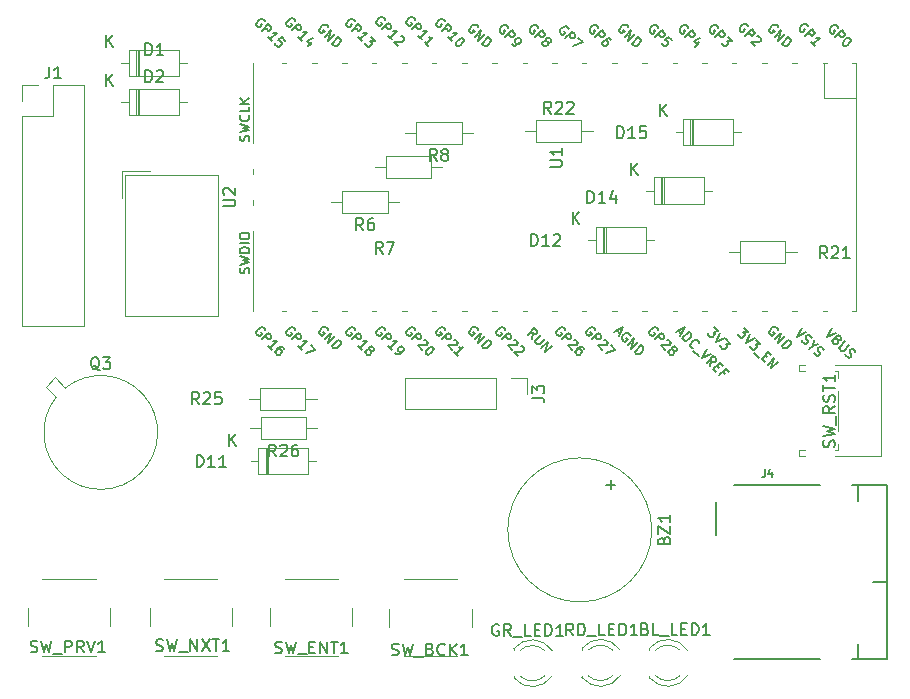
<source format=gbr>
%TF.GenerationSoftware,KiCad,Pcbnew,7.0.8*%
%TF.CreationDate,2023-11-12T18:19:46+02:00*%
%TF.ProjectId,PicoDrive,5069636f-4472-4697-9665-2e6b69636164,rev?*%
%TF.SameCoordinates,PX55854f8PY4548d10*%
%TF.FileFunction,Legend,Top*%
%TF.FilePolarity,Positive*%
%FSLAX46Y46*%
G04 Gerber Fmt 4.6, Leading zero omitted, Abs format (unit mm)*
G04 Created by KiCad (PCBNEW 7.0.8) date 2023-11-12 18:19:46*
%MOMM*%
%LPD*%
G01*
G04 APERTURE LIST*
%ADD10C,0.150000*%
%ADD11C,0.120000*%
G04 APERTURE END LIST*
D10*
X56431009Y-44480952D02*
X56478628Y-44338095D01*
X56478628Y-44338095D02*
X56526247Y-44290476D01*
X56526247Y-44290476D02*
X56621485Y-44242857D01*
X56621485Y-44242857D02*
X56764342Y-44242857D01*
X56764342Y-44242857D02*
X56859580Y-44290476D01*
X56859580Y-44290476D02*
X56907200Y-44338095D01*
X56907200Y-44338095D02*
X56954819Y-44433333D01*
X56954819Y-44433333D02*
X56954819Y-44814285D01*
X56954819Y-44814285D02*
X55954819Y-44814285D01*
X55954819Y-44814285D02*
X55954819Y-44480952D01*
X55954819Y-44480952D02*
X56002438Y-44385714D01*
X56002438Y-44385714D02*
X56050057Y-44338095D01*
X56050057Y-44338095D02*
X56145295Y-44290476D01*
X56145295Y-44290476D02*
X56240533Y-44290476D01*
X56240533Y-44290476D02*
X56335771Y-44338095D01*
X56335771Y-44338095D02*
X56383390Y-44385714D01*
X56383390Y-44385714D02*
X56431009Y-44480952D01*
X56431009Y-44480952D02*
X56431009Y-44814285D01*
X55954819Y-43909523D02*
X55954819Y-43242857D01*
X55954819Y-43242857D02*
X56954819Y-43909523D01*
X56954819Y-43909523D02*
X56954819Y-43242857D01*
X56954819Y-42338095D02*
X56954819Y-42909523D01*
X56954819Y-42623809D02*
X55954819Y-42623809D01*
X55954819Y-42623809D02*
X56097676Y-42719047D01*
X56097676Y-42719047D02*
X56192914Y-42814285D01*
X56192914Y-42814285D02*
X56240533Y-42909523D01*
X51913866Y-40170951D02*
X51913866Y-39409047D01*
X52294819Y-39789999D02*
X51532914Y-39789999D01*
X46794819Y-12871904D02*
X47604342Y-12871904D01*
X47604342Y-12871904D02*
X47699580Y-12824285D01*
X47699580Y-12824285D02*
X47747200Y-12776666D01*
X47747200Y-12776666D02*
X47794819Y-12681428D01*
X47794819Y-12681428D02*
X47794819Y-12490952D01*
X47794819Y-12490952D02*
X47747200Y-12395714D01*
X47747200Y-12395714D02*
X47699580Y-12348095D01*
X47699580Y-12348095D02*
X47604342Y-12300476D01*
X47604342Y-12300476D02*
X46794819Y-12300476D01*
X47794819Y-11300476D02*
X47794819Y-11871904D01*
X47794819Y-11586190D02*
X46794819Y-11586190D01*
X46794819Y-11586190D02*
X46937676Y-11681428D01*
X46937676Y-11681428D02*
X47032914Y-11776666D01*
X47032914Y-11776666D02*
X47080533Y-11871904D01*
X25184131Y-503998D02*
X25157194Y-423185D01*
X25157194Y-423185D02*
X25076381Y-342373D01*
X25076381Y-342373D02*
X24968632Y-288498D01*
X24968632Y-288498D02*
X24860882Y-288498D01*
X24860882Y-288498D02*
X24780070Y-315436D01*
X24780070Y-315436D02*
X24645383Y-396248D01*
X24645383Y-396248D02*
X24564571Y-477060D01*
X24564571Y-477060D02*
X24483758Y-611747D01*
X24483758Y-611747D02*
X24456821Y-692560D01*
X24456821Y-692560D02*
X24456821Y-800309D01*
X24456821Y-800309D02*
X24510696Y-908059D01*
X24510696Y-908059D02*
X24564571Y-961934D01*
X24564571Y-961934D02*
X24672320Y-1015808D01*
X24672320Y-1015808D02*
X24726195Y-1015808D01*
X24726195Y-1015808D02*
X24914757Y-827247D01*
X24914757Y-827247D02*
X24807007Y-719497D01*
X24914757Y-1312120D02*
X25480442Y-746434D01*
X25480442Y-746434D02*
X25695942Y-961934D01*
X25695942Y-961934D02*
X25722879Y-1042746D01*
X25722879Y-1042746D02*
X25722879Y-1096621D01*
X25722879Y-1096621D02*
X25695942Y-1177433D01*
X25695942Y-1177433D02*
X25615129Y-1258245D01*
X25615129Y-1258245D02*
X25534317Y-1285182D01*
X25534317Y-1285182D02*
X25480442Y-1285182D01*
X25480442Y-1285182D02*
X25399630Y-1258245D01*
X25399630Y-1258245D02*
X25184131Y-1042746D01*
X25776754Y-2174117D02*
X25453505Y-1850868D01*
X25615129Y-2012492D02*
X26180815Y-1446807D01*
X26180815Y-1446807D02*
X26046128Y-1473744D01*
X26046128Y-1473744D02*
X25938378Y-1473744D01*
X25938378Y-1473744D02*
X25857566Y-1446807D01*
X26638751Y-2281866D02*
X26261627Y-2658990D01*
X26719563Y-1931680D02*
X26180815Y-2201054D01*
X26180815Y-2201054D02*
X26531001Y-2551240D01*
X60674131Y-26450123D02*
X61024317Y-26800309D01*
X61024317Y-26800309D02*
X60620256Y-26827247D01*
X60620256Y-26827247D02*
X60701068Y-26908059D01*
X60701068Y-26908059D02*
X60728006Y-26988871D01*
X60728006Y-26988871D02*
X60728006Y-27042746D01*
X60728006Y-27042746D02*
X60701068Y-27123558D01*
X60701068Y-27123558D02*
X60566381Y-27258245D01*
X60566381Y-27258245D02*
X60485569Y-27285182D01*
X60485569Y-27285182D02*
X60431694Y-27285182D01*
X60431694Y-27285182D02*
X60350882Y-27258245D01*
X60350882Y-27258245D02*
X60189258Y-27096621D01*
X60189258Y-27096621D02*
X60162320Y-27015808D01*
X60162320Y-27015808D02*
X60162320Y-26961934D01*
X61185942Y-26961934D02*
X60808818Y-27716181D01*
X60808818Y-27716181D02*
X61563065Y-27339057D01*
X61697752Y-27473744D02*
X62047938Y-27823930D01*
X62047938Y-27823930D02*
X61643877Y-27850868D01*
X61643877Y-27850868D02*
X61724690Y-27931680D01*
X61724690Y-27931680D02*
X61751627Y-28012492D01*
X61751627Y-28012492D02*
X61751627Y-28066367D01*
X61751627Y-28066367D02*
X61724690Y-28147179D01*
X61724690Y-28147179D02*
X61590003Y-28281866D01*
X61590003Y-28281866D02*
X61509190Y-28308804D01*
X61509190Y-28308804D02*
X61455316Y-28308804D01*
X61455316Y-28308804D02*
X61374503Y-28281866D01*
X61374503Y-28281866D02*
X61212879Y-28120242D01*
X61212879Y-28120242D02*
X61185942Y-28039430D01*
X61185942Y-28039430D02*
X61185942Y-27985555D01*
X45773505Y-1073372D02*
X45746568Y-992560D01*
X45746568Y-992560D02*
X45665756Y-911748D01*
X45665756Y-911748D02*
X45558006Y-857873D01*
X45558006Y-857873D02*
X45450257Y-857873D01*
X45450257Y-857873D02*
X45369444Y-884810D01*
X45369444Y-884810D02*
X45234757Y-965623D01*
X45234757Y-965623D02*
X45153945Y-1046435D01*
X45153945Y-1046435D02*
X45073133Y-1181122D01*
X45073133Y-1181122D02*
X45046196Y-1261934D01*
X45046196Y-1261934D02*
X45046196Y-1369684D01*
X45046196Y-1369684D02*
X45100070Y-1477433D01*
X45100070Y-1477433D02*
X45153945Y-1531308D01*
X45153945Y-1531308D02*
X45261695Y-1585183D01*
X45261695Y-1585183D02*
X45315570Y-1585183D01*
X45315570Y-1585183D02*
X45504131Y-1396621D01*
X45504131Y-1396621D02*
X45396382Y-1288871D01*
X45504131Y-1881494D02*
X46069817Y-1315809D01*
X46069817Y-1315809D02*
X46285316Y-1531308D01*
X46285316Y-1531308D02*
X46312253Y-1612120D01*
X46312253Y-1612120D02*
X46312253Y-1665995D01*
X46312253Y-1665995D02*
X46285316Y-1746807D01*
X46285316Y-1746807D02*
X46204504Y-1827619D01*
X46204504Y-1827619D02*
X46123692Y-1854557D01*
X46123692Y-1854557D02*
X46069817Y-1854557D01*
X46069817Y-1854557D02*
X45989005Y-1827619D01*
X45989005Y-1827619D02*
X45773505Y-1612120D01*
X46473878Y-2204743D02*
X46446940Y-2123931D01*
X46446940Y-2123931D02*
X46446940Y-2070056D01*
X46446940Y-2070056D02*
X46473878Y-1989244D01*
X46473878Y-1989244D02*
X46500815Y-1962306D01*
X46500815Y-1962306D02*
X46581627Y-1935369D01*
X46581627Y-1935369D02*
X46635502Y-1935369D01*
X46635502Y-1935369D02*
X46716314Y-1962306D01*
X46716314Y-1962306D02*
X46824064Y-2070056D01*
X46824064Y-2070056D02*
X46851001Y-2150868D01*
X46851001Y-2150868D02*
X46851001Y-2204743D01*
X46851001Y-2204743D02*
X46824064Y-2285555D01*
X46824064Y-2285555D02*
X46797127Y-2312493D01*
X46797127Y-2312493D02*
X46716314Y-2339430D01*
X46716314Y-2339430D02*
X46662440Y-2339430D01*
X46662440Y-2339430D02*
X46581627Y-2312493D01*
X46581627Y-2312493D02*
X46473878Y-2204743D01*
X46473878Y-2204743D02*
X46393066Y-2177806D01*
X46393066Y-2177806D02*
X46339191Y-2177806D01*
X46339191Y-2177806D02*
X46258379Y-2204743D01*
X46258379Y-2204743D02*
X46150629Y-2312493D01*
X46150629Y-2312493D02*
X46123692Y-2393305D01*
X46123692Y-2393305D02*
X46123692Y-2447180D01*
X46123692Y-2447180D02*
X46150629Y-2527992D01*
X46150629Y-2527992D02*
X46258379Y-2635741D01*
X46258379Y-2635741D02*
X46339191Y-2662679D01*
X46339191Y-2662679D02*
X46393066Y-2662679D01*
X46393066Y-2662679D02*
X46473878Y-2635741D01*
X46473878Y-2635741D02*
X46581627Y-2527992D01*
X46581627Y-2527992D02*
X46608565Y-2447180D01*
X46608565Y-2447180D02*
X46608565Y-2393305D01*
X46608565Y-2393305D02*
X46581627Y-2312493D01*
X70637414Y-26513406D02*
X70260290Y-27267653D01*
X70260290Y-27267653D02*
X71014537Y-26890529D01*
X71122287Y-27537027D02*
X71176161Y-27644776D01*
X71176161Y-27644776D02*
X71176161Y-27698651D01*
X71176161Y-27698651D02*
X71149224Y-27779463D01*
X71149224Y-27779463D02*
X71068412Y-27860276D01*
X71068412Y-27860276D02*
X70987600Y-27887213D01*
X70987600Y-27887213D02*
X70933725Y-27887213D01*
X70933725Y-27887213D02*
X70852913Y-27860276D01*
X70852913Y-27860276D02*
X70637413Y-27644776D01*
X70637413Y-27644776D02*
X71203099Y-27079091D01*
X71203099Y-27079091D02*
X71391661Y-27267653D01*
X71391661Y-27267653D02*
X71418598Y-27348465D01*
X71418598Y-27348465D02*
X71418598Y-27402340D01*
X71418598Y-27402340D02*
X71391661Y-27483152D01*
X71391661Y-27483152D02*
X71337786Y-27537027D01*
X71337786Y-27537027D02*
X71256974Y-27563964D01*
X71256974Y-27563964D02*
X71203099Y-27563964D01*
X71203099Y-27563964D02*
X71122287Y-27537027D01*
X71122287Y-27537027D02*
X70933725Y-27348465D01*
X71768784Y-27644776D02*
X71310848Y-28102712D01*
X71310848Y-28102712D02*
X71283911Y-28183524D01*
X71283911Y-28183524D02*
X71283911Y-28237399D01*
X71283911Y-28237399D02*
X71310848Y-28318211D01*
X71310848Y-28318211D02*
X71418598Y-28425961D01*
X71418598Y-28425961D02*
X71499410Y-28452898D01*
X71499410Y-28452898D02*
X71553285Y-28452898D01*
X71553285Y-28452898D02*
X71634097Y-28425961D01*
X71634097Y-28425961D02*
X72092033Y-27968025D01*
X71795722Y-28749210D02*
X71849596Y-28856959D01*
X71849596Y-28856959D02*
X71984283Y-28991646D01*
X71984283Y-28991646D02*
X72065096Y-29018584D01*
X72065096Y-29018584D02*
X72118970Y-29018584D01*
X72118970Y-29018584D02*
X72199783Y-28991646D01*
X72199783Y-28991646D02*
X72253657Y-28937771D01*
X72253657Y-28937771D02*
X72280595Y-28856959D01*
X72280595Y-28856959D02*
X72280595Y-28803084D01*
X72280595Y-28803084D02*
X72253657Y-28722272D01*
X72253657Y-28722272D02*
X72172845Y-28587585D01*
X72172845Y-28587585D02*
X72145908Y-28506773D01*
X72145908Y-28506773D02*
X72145908Y-28452898D01*
X72145908Y-28452898D02*
X72172845Y-28372086D01*
X72172845Y-28372086D02*
X72226720Y-28318211D01*
X72226720Y-28318211D02*
X72307532Y-28291274D01*
X72307532Y-28291274D02*
X72361407Y-28291274D01*
X72361407Y-28291274D02*
X72442219Y-28318211D01*
X72442219Y-28318211D02*
X72576906Y-28452898D01*
X72576906Y-28452898D02*
X72630781Y-28560648D01*
X37874131Y-26657998D02*
X37847194Y-26577185D01*
X37847194Y-26577185D02*
X37766381Y-26496373D01*
X37766381Y-26496373D02*
X37658632Y-26442498D01*
X37658632Y-26442498D02*
X37550882Y-26442498D01*
X37550882Y-26442498D02*
X37470070Y-26469436D01*
X37470070Y-26469436D02*
X37335383Y-26550248D01*
X37335383Y-26550248D02*
X37254571Y-26631060D01*
X37254571Y-26631060D02*
X37173758Y-26765747D01*
X37173758Y-26765747D02*
X37146821Y-26846560D01*
X37146821Y-26846560D02*
X37146821Y-26954309D01*
X37146821Y-26954309D02*
X37200696Y-27062059D01*
X37200696Y-27062059D02*
X37254571Y-27115934D01*
X37254571Y-27115934D02*
X37362320Y-27169808D01*
X37362320Y-27169808D02*
X37416195Y-27169808D01*
X37416195Y-27169808D02*
X37604757Y-26981247D01*
X37604757Y-26981247D02*
X37497007Y-26873497D01*
X37604757Y-27466120D02*
X38170442Y-26900434D01*
X38170442Y-26900434D02*
X38385942Y-27115934D01*
X38385942Y-27115934D02*
X38412879Y-27196746D01*
X38412879Y-27196746D02*
X38412879Y-27250621D01*
X38412879Y-27250621D02*
X38385942Y-27331433D01*
X38385942Y-27331433D02*
X38305129Y-27412245D01*
X38305129Y-27412245D02*
X38224317Y-27439182D01*
X38224317Y-27439182D02*
X38170442Y-27439182D01*
X38170442Y-27439182D02*
X38089630Y-27412245D01*
X38089630Y-27412245D02*
X37874131Y-27196746D01*
X38655316Y-27493057D02*
X38709190Y-27493057D01*
X38709190Y-27493057D02*
X38790003Y-27519995D01*
X38790003Y-27519995D02*
X38924690Y-27654682D01*
X38924690Y-27654682D02*
X38951627Y-27735494D01*
X38951627Y-27735494D02*
X38951627Y-27789369D01*
X38951627Y-27789369D02*
X38924690Y-27870181D01*
X38924690Y-27870181D02*
X38870815Y-27924056D01*
X38870815Y-27924056D02*
X38763065Y-27977930D01*
X38763065Y-27977930D02*
X38116568Y-27977930D01*
X38116568Y-27977930D02*
X38466754Y-28328117D01*
X39005502Y-28866865D02*
X38682253Y-28543616D01*
X38843878Y-28705240D02*
X39409563Y-28139555D01*
X39409563Y-28139555D02*
X39274876Y-28166492D01*
X39274876Y-28166492D02*
X39167126Y-28166492D01*
X39167126Y-28166492D02*
X39086314Y-28139555D01*
X35344131Y-403998D02*
X35317194Y-323185D01*
X35317194Y-323185D02*
X35236381Y-242373D01*
X35236381Y-242373D02*
X35128632Y-188498D01*
X35128632Y-188498D02*
X35020882Y-188498D01*
X35020882Y-188498D02*
X34940070Y-215436D01*
X34940070Y-215436D02*
X34805383Y-296248D01*
X34805383Y-296248D02*
X34724571Y-377060D01*
X34724571Y-377060D02*
X34643758Y-511747D01*
X34643758Y-511747D02*
X34616821Y-592560D01*
X34616821Y-592560D02*
X34616821Y-700309D01*
X34616821Y-700309D02*
X34670696Y-808059D01*
X34670696Y-808059D02*
X34724571Y-861934D01*
X34724571Y-861934D02*
X34832320Y-915808D01*
X34832320Y-915808D02*
X34886195Y-915808D01*
X34886195Y-915808D02*
X35074757Y-727247D01*
X35074757Y-727247D02*
X34967007Y-619497D01*
X35074757Y-1212120D02*
X35640442Y-646434D01*
X35640442Y-646434D02*
X35855942Y-861934D01*
X35855942Y-861934D02*
X35882879Y-942746D01*
X35882879Y-942746D02*
X35882879Y-996621D01*
X35882879Y-996621D02*
X35855942Y-1077433D01*
X35855942Y-1077433D02*
X35775129Y-1158245D01*
X35775129Y-1158245D02*
X35694317Y-1185182D01*
X35694317Y-1185182D02*
X35640442Y-1185182D01*
X35640442Y-1185182D02*
X35559630Y-1158245D01*
X35559630Y-1158245D02*
X35344131Y-942746D01*
X35936754Y-2074117D02*
X35613505Y-1750868D01*
X35775129Y-1912492D02*
X36340815Y-1346807D01*
X36340815Y-1346807D02*
X36206128Y-1373744D01*
X36206128Y-1373744D02*
X36098378Y-1373744D01*
X36098378Y-1373744D02*
X36017566Y-1346807D01*
X36475502Y-2612865D02*
X36152253Y-2289616D01*
X36313878Y-2451240D02*
X36879563Y-1885555D01*
X36879563Y-1885555D02*
X36744876Y-1912492D01*
X36744876Y-1912492D02*
X36637126Y-1912492D01*
X36637126Y-1912492D02*
X36556314Y-1885555D01*
X48044131Y-26657998D02*
X48017194Y-26577185D01*
X48017194Y-26577185D02*
X47936381Y-26496373D01*
X47936381Y-26496373D02*
X47828632Y-26442498D01*
X47828632Y-26442498D02*
X47720882Y-26442498D01*
X47720882Y-26442498D02*
X47640070Y-26469436D01*
X47640070Y-26469436D02*
X47505383Y-26550248D01*
X47505383Y-26550248D02*
X47424571Y-26631060D01*
X47424571Y-26631060D02*
X47343758Y-26765747D01*
X47343758Y-26765747D02*
X47316821Y-26846560D01*
X47316821Y-26846560D02*
X47316821Y-26954309D01*
X47316821Y-26954309D02*
X47370696Y-27062059D01*
X47370696Y-27062059D02*
X47424571Y-27115934D01*
X47424571Y-27115934D02*
X47532320Y-27169808D01*
X47532320Y-27169808D02*
X47586195Y-27169808D01*
X47586195Y-27169808D02*
X47774757Y-26981247D01*
X47774757Y-26981247D02*
X47667007Y-26873497D01*
X47774757Y-27466120D02*
X48340442Y-26900434D01*
X48340442Y-26900434D02*
X48555942Y-27115934D01*
X48555942Y-27115934D02*
X48582879Y-27196746D01*
X48582879Y-27196746D02*
X48582879Y-27250621D01*
X48582879Y-27250621D02*
X48555942Y-27331433D01*
X48555942Y-27331433D02*
X48475129Y-27412245D01*
X48475129Y-27412245D02*
X48394317Y-27439182D01*
X48394317Y-27439182D02*
X48340442Y-27439182D01*
X48340442Y-27439182D02*
X48259630Y-27412245D01*
X48259630Y-27412245D02*
X48044131Y-27196746D01*
X48825316Y-27493057D02*
X48879190Y-27493057D01*
X48879190Y-27493057D02*
X48960003Y-27519995D01*
X48960003Y-27519995D02*
X49094690Y-27654682D01*
X49094690Y-27654682D02*
X49121627Y-27735494D01*
X49121627Y-27735494D02*
X49121627Y-27789369D01*
X49121627Y-27789369D02*
X49094690Y-27870181D01*
X49094690Y-27870181D02*
X49040815Y-27924056D01*
X49040815Y-27924056D02*
X48933065Y-27977930D01*
X48933065Y-27977930D02*
X48286568Y-27977930D01*
X48286568Y-27977930D02*
X48636754Y-28328117D01*
X49687313Y-28247305D02*
X49579563Y-28139555D01*
X49579563Y-28139555D02*
X49498751Y-28112618D01*
X49498751Y-28112618D02*
X49444876Y-28112618D01*
X49444876Y-28112618D02*
X49310189Y-28139555D01*
X49310189Y-28139555D02*
X49175502Y-28220367D01*
X49175502Y-28220367D02*
X48960003Y-28435866D01*
X48960003Y-28435866D02*
X48933065Y-28516679D01*
X48933065Y-28516679D02*
X48933065Y-28570553D01*
X48933065Y-28570553D02*
X48960003Y-28651366D01*
X48960003Y-28651366D02*
X49067752Y-28759115D01*
X49067752Y-28759115D02*
X49148565Y-28786053D01*
X49148565Y-28786053D02*
X49202439Y-28786053D01*
X49202439Y-28786053D02*
X49283252Y-28759115D01*
X49283252Y-28759115D02*
X49417939Y-28624428D01*
X49417939Y-28624428D02*
X49444876Y-28543616D01*
X49444876Y-28543616D02*
X49444876Y-28489741D01*
X49444876Y-28489741D02*
X49417939Y-28408929D01*
X49417939Y-28408929D02*
X49310189Y-28301179D01*
X49310189Y-28301179D02*
X49229377Y-28274242D01*
X49229377Y-28274242D02*
X49175502Y-28274242D01*
X49175502Y-28274242D02*
X49094690Y-28301179D01*
X66066568Y-26646435D02*
X66039631Y-26565623D01*
X66039631Y-26565623D02*
X65958819Y-26484811D01*
X65958819Y-26484811D02*
X65851069Y-26430936D01*
X65851069Y-26430936D02*
X65743319Y-26430936D01*
X65743319Y-26430936D02*
X65662507Y-26457873D01*
X65662507Y-26457873D02*
X65527820Y-26538685D01*
X65527820Y-26538685D02*
X65447008Y-26619498D01*
X65447008Y-26619498D02*
X65366196Y-26754185D01*
X65366196Y-26754185D02*
X65339258Y-26834997D01*
X65339258Y-26834997D02*
X65339258Y-26942746D01*
X65339258Y-26942746D02*
X65393133Y-27050496D01*
X65393133Y-27050496D02*
X65447008Y-27104371D01*
X65447008Y-27104371D02*
X65554758Y-27158246D01*
X65554758Y-27158246D02*
X65608632Y-27158246D01*
X65608632Y-27158246D02*
X65797194Y-26969684D01*
X65797194Y-26969684D02*
X65689445Y-26861934D01*
X65797194Y-27454557D02*
X66362880Y-26888872D01*
X66362880Y-26888872D02*
X66120443Y-27777806D01*
X66120443Y-27777806D02*
X66686128Y-27212120D01*
X66389817Y-28047180D02*
X66955502Y-27481494D01*
X66955502Y-27481494D02*
X67090189Y-27616181D01*
X67090189Y-27616181D02*
X67144064Y-27723931D01*
X67144064Y-27723931D02*
X67144064Y-27831680D01*
X67144064Y-27831680D02*
X67117127Y-27912493D01*
X67117127Y-27912493D02*
X67036314Y-28047180D01*
X67036314Y-28047180D02*
X66955502Y-28127992D01*
X66955502Y-28127992D02*
X66820815Y-28208804D01*
X66820815Y-28208804D02*
X66740003Y-28235741D01*
X66740003Y-28235741D02*
X66632253Y-28235741D01*
X66632253Y-28235741D02*
X66524504Y-28181867D01*
X66524504Y-28181867D02*
X66389817Y-28047180D01*
X35344131Y-26657998D02*
X35317194Y-26577185D01*
X35317194Y-26577185D02*
X35236381Y-26496373D01*
X35236381Y-26496373D02*
X35128632Y-26442498D01*
X35128632Y-26442498D02*
X35020882Y-26442498D01*
X35020882Y-26442498D02*
X34940070Y-26469436D01*
X34940070Y-26469436D02*
X34805383Y-26550248D01*
X34805383Y-26550248D02*
X34724571Y-26631060D01*
X34724571Y-26631060D02*
X34643758Y-26765747D01*
X34643758Y-26765747D02*
X34616821Y-26846560D01*
X34616821Y-26846560D02*
X34616821Y-26954309D01*
X34616821Y-26954309D02*
X34670696Y-27062059D01*
X34670696Y-27062059D02*
X34724571Y-27115934D01*
X34724571Y-27115934D02*
X34832320Y-27169808D01*
X34832320Y-27169808D02*
X34886195Y-27169808D01*
X34886195Y-27169808D02*
X35074757Y-26981247D01*
X35074757Y-26981247D02*
X34967007Y-26873497D01*
X35074757Y-27466120D02*
X35640442Y-26900434D01*
X35640442Y-26900434D02*
X35855942Y-27115934D01*
X35855942Y-27115934D02*
X35882879Y-27196746D01*
X35882879Y-27196746D02*
X35882879Y-27250621D01*
X35882879Y-27250621D02*
X35855942Y-27331433D01*
X35855942Y-27331433D02*
X35775129Y-27412245D01*
X35775129Y-27412245D02*
X35694317Y-27439182D01*
X35694317Y-27439182D02*
X35640442Y-27439182D01*
X35640442Y-27439182D02*
X35559630Y-27412245D01*
X35559630Y-27412245D02*
X35344131Y-27196746D01*
X36125316Y-27493057D02*
X36179190Y-27493057D01*
X36179190Y-27493057D02*
X36260003Y-27519995D01*
X36260003Y-27519995D02*
X36394690Y-27654682D01*
X36394690Y-27654682D02*
X36421627Y-27735494D01*
X36421627Y-27735494D02*
X36421627Y-27789369D01*
X36421627Y-27789369D02*
X36394690Y-27870181D01*
X36394690Y-27870181D02*
X36340815Y-27924056D01*
X36340815Y-27924056D02*
X36233065Y-27977930D01*
X36233065Y-27977930D02*
X35586568Y-27977930D01*
X35586568Y-27977930D02*
X35936754Y-28328117D01*
X36852626Y-28112618D02*
X36906500Y-28166492D01*
X36906500Y-28166492D02*
X36933438Y-28247305D01*
X36933438Y-28247305D02*
X36933438Y-28301179D01*
X36933438Y-28301179D02*
X36906500Y-28381992D01*
X36906500Y-28381992D02*
X36825688Y-28516679D01*
X36825688Y-28516679D02*
X36691001Y-28651366D01*
X36691001Y-28651366D02*
X36556314Y-28732178D01*
X36556314Y-28732178D02*
X36475502Y-28759115D01*
X36475502Y-28759115D02*
X36421627Y-28759115D01*
X36421627Y-28759115D02*
X36340815Y-28732178D01*
X36340815Y-28732178D02*
X36286940Y-28678303D01*
X36286940Y-28678303D02*
X36260003Y-28597491D01*
X36260003Y-28597491D02*
X36260003Y-28543616D01*
X36260003Y-28543616D02*
X36286940Y-28462804D01*
X36286940Y-28462804D02*
X36367752Y-28328117D01*
X36367752Y-28328117D02*
X36502439Y-28193430D01*
X36502439Y-28193430D02*
X36637126Y-28112618D01*
X36637126Y-28112618D02*
X36717939Y-28085680D01*
X36717939Y-28085680D02*
X36771813Y-28085680D01*
X36771813Y-28085680D02*
X36852626Y-28112618D01*
X42964131Y-26657998D02*
X42937194Y-26577185D01*
X42937194Y-26577185D02*
X42856381Y-26496373D01*
X42856381Y-26496373D02*
X42748632Y-26442498D01*
X42748632Y-26442498D02*
X42640882Y-26442498D01*
X42640882Y-26442498D02*
X42560070Y-26469436D01*
X42560070Y-26469436D02*
X42425383Y-26550248D01*
X42425383Y-26550248D02*
X42344571Y-26631060D01*
X42344571Y-26631060D02*
X42263758Y-26765747D01*
X42263758Y-26765747D02*
X42236821Y-26846560D01*
X42236821Y-26846560D02*
X42236821Y-26954309D01*
X42236821Y-26954309D02*
X42290696Y-27062059D01*
X42290696Y-27062059D02*
X42344571Y-27115934D01*
X42344571Y-27115934D02*
X42452320Y-27169808D01*
X42452320Y-27169808D02*
X42506195Y-27169808D01*
X42506195Y-27169808D02*
X42694757Y-26981247D01*
X42694757Y-26981247D02*
X42587007Y-26873497D01*
X42694757Y-27466120D02*
X43260442Y-26900434D01*
X43260442Y-26900434D02*
X43475942Y-27115934D01*
X43475942Y-27115934D02*
X43502879Y-27196746D01*
X43502879Y-27196746D02*
X43502879Y-27250621D01*
X43502879Y-27250621D02*
X43475942Y-27331433D01*
X43475942Y-27331433D02*
X43395129Y-27412245D01*
X43395129Y-27412245D02*
X43314317Y-27439182D01*
X43314317Y-27439182D02*
X43260442Y-27439182D01*
X43260442Y-27439182D02*
X43179630Y-27412245D01*
X43179630Y-27412245D02*
X42964131Y-27196746D01*
X43745316Y-27493057D02*
X43799190Y-27493057D01*
X43799190Y-27493057D02*
X43880003Y-27519995D01*
X43880003Y-27519995D02*
X44014690Y-27654682D01*
X44014690Y-27654682D02*
X44041627Y-27735494D01*
X44041627Y-27735494D02*
X44041627Y-27789369D01*
X44041627Y-27789369D02*
X44014690Y-27870181D01*
X44014690Y-27870181D02*
X43960815Y-27924056D01*
X43960815Y-27924056D02*
X43853065Y-27977930D01*
X43853065Y-27977930D02*
X43206568Y-27977930D01*
X43206568Y-27977930D02*
X43556754Y-28328117D01*
X44284064Y-28031805D02*
X44337939Y-28031805D01*
X44337939Y-28031805D02*
X44418751Y-28058743D01*
X44418751Y-28058743D02*
X44553438Y-28193430D01*
X44553438Y-28193430D02*
X44580375Y-28274242D01*
X44580375Y-28274242D02*
X44580375Y-28328117D01*
X44580375Y-28328117D02*
X44553438Y-28408929D01*
X44553438Y-28408929D02*
X44499563Y-28462804D01*
X44499563Y-28462804D02*
X44391813Y-28516679D01*
X44391813Y-28516679D02*
X43745316Y-28516679D01*
X43745316Y-28516679D02*
X44095502Y-28866865D01*
X21289200Y-21855238D02*
X21327295Y-21740952D01*
X21327295Y-21740952D02*
X21327295Y-21550476D01*
X21327295Y-21550476D02*
X21289200Y-21474285D01*
X21289200Y-21474285D02*
X21251104Y-21436190D01*
X21251104Y-21436190D02*
X21174914Y-21398095D01*
X21174914Y-21398095D02*
X21098723Y-21398095D01*
X21098723Y-21398095D02*
X21022533Y-21436190D01*
X21022533Y-21436190D02*
X20984438Y-21474285D01*
X20984438Y-21474285D02*
X20946342Y-21550476D01*
X20946342Y-21550476D02*
X20908247Y-21702857D01*
X20908247Y-21702857D02*
X20870152Y-21779047D01*
X20870152Y-21779047D02*
X20832057Y-21817142D01*
X20832057Y-21817142D02*
X20755866Y-21855238D01*
X20755866Y-21855238D02*
X20679676Y-21855238D01*
X20679676Y-21855238D02*
X20603485Y-21817142D01*
X20603485Y-21817142D02*
X20565390Y-21779047D01*
X20565390Y-21779047D02*
X20527295Y-21702857D01*
X20527295Y-21702857D02*
X20527295Y-21512380D01*
X20527295Y-21512380D02*
X20565390Y-21398095D01*
X20527295Y-21131428D02*
X21327295Y-20940952D01*
X21327295Y-20940952D02*
X20755866Y-20788571D01*
X20755866Y-20788571D02*
X21327295Y-20636190D01*
X21327295Y-20636190D02*
X20527295Y-20445714D01*
X21327295Y-20140951D02*
X20527295Y-20140951D01*
X20527295Y-20140951D02*
X20527295Y-19950475D01*
X20527295Y-19950475D02*
X20565390Y-19836189D01*
X20565390Y-19836189D02*
X20641580Y-19759999D01*
X20641580Y-19759999D02*
X20717771Y-19721904D01*
X20717771Y-19721904D02*
X20870152Y-19683808D01*
X20870152Y-19683808D02*
X20984438Y-19683808D01*
X20984438Y-19683808D02*
X21136819Y-19721904D01*
X21136819Y-19721904D02*
X21213009Y-19759999D01*
X21213009Y-19759999D02*
X21289200Y-19836189D01*
X21289200Y-19836189D02*
X21327295Y-19950475D01*
X21327295Y-19950475D02*
X21327295Y-20140951D01*
X21327295Y-19340951D02*
X20527295Y-19340951D01*
X20527295Y-18807618D02*
X20527295Y-18655237D01*
X20527295Y-18655237D02*
X20565390Y-18579047D01*
X20565390Y-18579047D02*
X20641580Y-18502856D01*
X20641580Y-18502856D02*
X20793961Y-18464761D01*
X20793961Y-18464761D02*
X21060628Y-18464761D01*
X21060628Y-18464761D02*
X21213009Y-18502856D01*
X21213009Y-18502856D02*
X21289200Y-18579047D01*
X21289200Y-18579047D02*
X21327295Y-18655237D01*
X21327295Y-18655237D02*
X21327295Y-18807618D01*
X21327295Y-18807618D02*
X21289200Y-18883809D01*
X21289200Y-18883809D02*
X21213009Y-18959999D01*
X21213009Y-18959999D02*
X21060628Y-18998095D01*
X21060628Y-18998095D02*
X20793961Y-18998095D01*
X20793961Y-18998095D02*
X20641580Y-18959999D01*
X20641580Y-18959999D02*
X20565390Y-18883809D01*
X20565390Y-18883809D02*
X20527295Y-18807618D01*
X37884131Y-549998D02*
X37857194Y-469185D01*
X37857194Y-469185D02*
X37776381Y-388373D01*
X37776381Y-388373D02*
X37668632Y-334498D01*
X37668632Y-334498D02*
X37560882Y-334498D01*
X37560882Y-334498D02*
X37480070Y-361436D01*
X37480070Y-361436D02*
X37345383Y-442248D01*
X37345383Y-442248D02*
X37264571Y-523060D01*
X37264571Y-523060D02*
X37183758Y-657747D01*
X37183758Y-657747D02*
X37156821Y-738560D01*
X37156821Y-738560D02*
X37156821Y-846309D01*
X37156821Y-846309D02*
X37210696Y-954059D01*
X37210696Y-954059D02*
X37264571Y-1007934D01*
X37264571Y-1007934D02*
X37372320Y-1061808D01*
X37372320Y-1061808D02*
X37426195Y-1061808D01*
X37426195Y-1061808D02*
X37614757Y-873247D01*
X37614757Y-873247D02*
X37507007Y-765497D01*
X37614757Y-1358120D02*
X38180442Y-792434D01*
X38180442Y-792434D02*
X38395942Y-1007934D01*
X38395942Y-1007934D02*
X38422879Y-1088746D01*
X38422879Y-1088746D02*
X38422879Y-1142621D01*
X38422879Y-1142621D02*
X38395942Y-1223433D01*
X38395942Y-1223433D02*
X38315129Y-1304245D01*
X38315129Y-1304245D02*
X38234317Y-1331182D01*
X38234317Y-1331182D02*
X38180442Y-1331182D01*
X38180442Y-1331182D02*
X38099630Y-1304245D01*
X38099630Y-1304245D02*
X37884131Y-1088746D01*
X38476754Y-2220117D02*
X38153505Y-1896868D01*
X38315129Y-2058492D02*
X38880815Y-1492807D01*
X38880815Y-1492807D02*
X38746128Y-1519744D01*
X38746128Y-1519744D02*
X38638378Y-1519744D01*
X38638378Y-1519744D02*
X38557566Y-1492807D01*
X39392626Y-2004618D02*
X39446500Y-2058492D01*
X39446500Y-2058492D02*
X39473438Y-2139305D01*
X39473438Y-2139305D02*
X39473438Y-2193179D01*
X39473438Y-2193179D02*
X39446500Y-2273992D01*
X39446500Y-2273992D02*
X39365688Y-2408679D01*
X39365688Y-2408679D02*
X39231001Y-2543366D01*
X39231001Y-2543366D02*
X39096314Y-2624178D01*
X39096314Y-2624178D02*
X39015502Y-2651115D01*
X39015502Y-2651115D02*
X38961627Y-2651115D01*
X38961627Y-2651115D02*
X38880815Y-2624178D01*
X38880815Y-2624178D02*
X38826940Y-2570303D01*
X38826940Y-2570303D02*
X38800003Y-2489491D01*
X38800003Y-2489491D02*
X38800003Y-2435616D01*
X38800003Y-2435616D02*
X38826940Y-2354804D01*
X38826940Y-2354804D02*
X38907752Y-2220117D01*
X38907752Y-2220117D02*
X39042439Y-2085430D01*
X39042439Y-2085430D02*
X39177126Y-2004618D01*
X39177126Y-2004618D02*
X39257939Y-1977680D01*
X39257939Y-1977680D02*
X39311813Y-1977680D01*
X39311813Y-1977680D02*
X39392626Y-2004618D01*
X27966568Y-1046435D02*
X27939631Y-965623D01*
X27939631Y-965623D02*
X27858819Y-884811D01*
X27858819Y-884811D02*
X27751069Y-830936D01*
X27751069Y-830936D02*
X27643319Y-830936D01*
X27643319Y-830936D02*
X27562507Y-857873D01*
X27562507Y-857873D02*
X27427820Y-938685D01*
X27427820Y-938685D02*
X27347008Y-1019498D01*
X27347008Y-1019498D02*
X27266196Y-1154185D01*
X27266196Y-1154185D02*
X27239258Y-1234997D01*
X27239258Y-1234997D02*
X27239258Y-1342746D01*
X27239258Y-1342746D02*
X27293133Y-1450496D01*
X27293133Y-1450496D02*
X27347008Y-1504371D01*
X27347008Y-1504371D02*
X27454758Y-1558246D01*
X27454758Y-1558246D02*
X27508632Y-1558246D01*
X27508632Y-1558246D02*
X27697194Y-1369684D01*
X27697194Y-1369684D02*
X27589445Y-1261934D01*
X27697194Y-1854557D02*
X28262880Y-1288872D01*
X28262880Y-1288872D02*
X28020443Y-2177806D01*
X28020443Y-2177806D02*
X28586128Y-1612120D01*
X28289817Y-2447180D02*
X28855502Y-1881494D01*
X28855502Y-1881494D02*
X28990189Y-2016181D01*
X28990189Y-2016181D02*
X29044064Y-2123931D01*
X29044064Y-2123931D02*
X29044064Y-2231680D01*
X29044064Y-2231680D02*
X29017127Y-2312493D01*
X29017127Y-2312493D02*
X28936314Y-2447180D01*
X28936314Y-2447180D02*
X28855502Y-2527992D01*
X28855502Y-2527992D02*
X28720815Y-2608804D01*
X28720815Y-2608804D02*
X28640003Y-2635741D01*
X28640003Y-2635741D02*
X28532253Y-2635741D01*
X28532253Y-2635741D02*
X28424504Y-2581867D01*
X28424504Y-2581867D02*
X28289817Y-2447180D01*
X63553505Y-973372D02*
X63526568Y-892560D01*
X63526568Y-892560D02*
X63445756Y-811748D01*
X63445756Y-811748D02*
X63338006Y-757873D01*
X63338006Y-757873D02*
X63230257Y-757873D01*
X63230257Y-757873D02*
X63149444Y-784810D01*
X63149444Y-784810D02*
X63014757Y-865623D01*
X63014757Y-865623D02*
X62933945Y-946435D01*
X62933945Y-946435D02*
X62853133Y-1081122D01*
X62853133Y-1081122D02*
X62826196Y-1161934D01*
X62826196Y-1161934D02*
X62826196Y-1269684D01*
X62826196Y-1269684D02*
X62880070Y-1377433D01*
X62880070Y-1377433D02*
X62933945Y-1431308D01*
X62933945Y-1431308D02*
X63041695Y-1485183D01*
X63041695Y-1485183D02*
X63095570Y-1485183D01*
X63095570Y-1485183D02*
X63284131Y-1296621D01*
X63284131Y-1296621D02*
X63176382Y-1188871D01*
X63284131Y-1781494D02*
X63849817Y-1215809D01*
X63849817Y-1215809D02*
X64065316Y-1431308D01*
X64065316Y-1431308D02*
X64092253Y-1512120D01*
X64092253Y-1512120D02*
X64092253Y-1565995D01*
X64092253Y-1565995D02*
X64065316Y-1646807D01*
X64065316Y-1646807D02*
X63984504Y-1727619D01*
X63984504Y-1727619D02*
X63903692Y-1754557D01*
X63903692Y-1754557D02*
X63849817Y-1754557D01*
X63849817Y-1754557D02*
X63769005Y-1727619D01*
X63769005Y-1727619D02*
X63553505Y-1512120D01*
X64334690Y-1808432D02*
X64388565Y-1808432D01*
X64388565Y-1808432D02*
X64469377Y-1835369D01*
X64469377Y-1835369D02*
X64604064Y-1970056D01*
X64604064Y-1970056D02*
X64631001Y-2050868D01*
X64631001Y-2050868D02*
X64631001Y-2104743D01*
X64631001Y-2104743D02*
X64604064Y-2185555D01*
X64604064Y-2185555D02*
X64550189Y-2239430D01*
X64550189Y-2239430D02*
X64442440Y-2293305D01*
X64442440Y-2293305D02*
X63795942Y-2293305D01*
X63795942Y-2293305D02*
X64146128Y-2643491D01*
X66066568Y-1046435D02*
X66039631Y-965623D01*
X66039631Y-965623D02*
X65958819Y-884811D01*
X65958819Y-884811D02*
X65851069Y-830936D01*
X65851069Y-830936D02*
X65743319Y-830936D01*
X65743319Y-830936D02*
X65662507Y-857873D01*
X65662507Y-857873D02*
X65527820Y-938685D01*
X65527820Y-938685D02*
X65447008Y-1019498D01*
X65447008Y-1019498D02*
X65366196Y-1154185D01*
X65366196Y-1154185D02*
X65339258Y-1234997D01*
X65339258Y-1234997D02*
X65339258Y-1342746D01*
X65339258Y-1342746D02*
X65393133Y-1450496D01*
X65393133Y-1450496D02*
X65447008Y-1504371D01*
X65447008Y-1504371D02*
X65554758Y-1558246D01*
X65554758Y-1558246D02*
X65608632Y-1558246D01*
X65608632Y-1558246D02*
X65797194Y-1369684D01*
X65797194Y-1369684D02*
X65689445Y-1261934D01*
X65797194Y-1854557D02*
X66362880Y-1288872D01*
X66362880Y-1288872D02*
X66120443Y-2177806D01*
X66120443Y-2177806D02*
X66686128Y-1612120D01*
X66389817Y-2447180D02*
X66955502Y-1881494D01*
X66955502Y-1881494D02*
X67090189Y-2016181D01*
X67090189Y-2016181D02*
X67144064Y-2123931D01*
X67144064Y-2123931D02*
X67144064Y-2231680D01*
X67144064Y-2231680D02*
X67117127Y-2312493D01*
X67117127Y-2312493D02*
X67036314Y-2447180D01*
X67036314Y-2447180D02*
X66955502Y-2527992D01*
X66955502Y-2527992D02*
X66820815Y-2608804D01*
X66820815Y-2608804D02*
X66740003Y-2635741D01*
X66740003Y-2635741D02*
X66632253Y-2635741D01*
X66632253Y-2635741D02*
X66524504Y-2581867D01*
X66524504Y-2581867D02*
X66389817Y-2447180D01*
X71173505Y-1073372D02*
X71146568Y-992560D01*
X71146568Y-992560D02*
X71065756Y-911748D01*
X71065756Y-911748D02*
X70958006Y-857873D01*
X70958006Y-857873D02*
X70850257Y-857873D01*
X70850257Y-857873D02*
X70769444Y-884810D01*
X70769444Y-884810D02*
X70634757Y-965623D01*
X70634757Y-965623D02*
X70553945Y-1046435D01*
X70553945Y-1046435D02*
X70473133Y-1181122D01*
X70473133Y-1181122D02*
X70446196Y-1261934D01*
X70446196Y-1261934D02*
X70446196Y-1369684D01*
X70446196Y-1369684D02*
X70500070Y-1477433D01*
X70500070Y-1477433D02*
X70553945Y-1531308D01*
X70553945Y-1531308D02*
X70661695Y-1585183D01*
X70661695Y-1585183D02*
X70715570Y-1585183D01*
X70715570Y-1585183D02*
X70904131Y-1396621D01*
X70904131Y-1396621D02*
X70796382Y-1288871D01*
X70904131Y-1881494D02*
X71469817Y-1315809D01*
X71469817Y-1315809D02*
X71685316Y-1531308D01*
X71685316Y-1531308D02*
X71712253Y-1612120D01*
X71712253Y-1612120D02*
X71712253Y-1665995D01*
X71712253Y-1665995D02*
X71685316Y-1746807D01*
X71685316Y-1746807D02*
X71604504Y-1827619D01*
X71604504Y-1827619D02*
X71523692Y-1854557D01*
X71523692Y-1854557D02*
X71469817Y-1854557D01*
X71469817Y-1854557D02*
X71389005Y-1827619D01*
X71389005Y-1827619D02*
X71173505Y-1612120D01*
X72143252Y-1989244D02*
X72197127Y-2043119D01*
X72197127Y-2043119D02*
X72224064Y-2123931D01*
X72224064Y-2123931D02*
X72224064Y-2177806D01*
X72224064Y-2177806D02*
X72197127Y-2258618D01*
X72197127Y-2258618D02*
X72116314Y-2393305D01*
X72116314Y-2393305D02*
X71981627Y-2527992D01*
X71981627Y-2527992D02*
X71846940Y-2608804D01*
X71846940Y-2608804D02*
X71766128Y-2635741D01*
X71766128Y-2635741D02*
X71712253Y-2635741D01*
X71712253Y-2635741D02*
X71631441Y-2608804D01*
X71631441Y-2608804D02*
X71577566Y-2554929D01*
X71577566Y-2554929D02*
X71550629Y-2474117D01*
X71550629Y-2474117D02*
X71550629Y-2420242D01*
X71550629Y-2420242D02*
X71577566Y-2339430D01*
X71577566Y-2339430D02*
X71658379Y-2204743D01*
X71658379Y-2204743D02*
X71793066Y-2070056D01*
X71793066Y-2070056D02*
X71927753Y-1989244D01*
X71927753Y-1989244D02*
X72008565Y-1962306D01*
X72008565Y-1962306D02*
X72062440Y-1962306D01*
X72062440Y-1962306D02*
X72143252Y-1989244D01*
X27966568Y-26646435D02*
X27939631Y-26565623D01*
X27939631Y-26565623D02*
X27858819Y-26484811D01*
X27858819Y-26484811D02*
X27751069Y-26430936D01*
X27751069Y-26430936D02*
X27643319Y-26430936D01*
X27643319Y-26430936D02*
X27562507Y-26457873D01*
X27562507Y-26457873D02*
X27427820Y-26538685D01*
X27427820Y-26538685D02*
X27347008Y-26619498D01*
X27347008Y-26619498D02*
X27266196Y-26754185D01*
X27266196Y-26754185D02*
X27239258Y-26834997D01*
X27239258Y-26834997D02*
X27239258Y-26942746D01*
X27239258Y-26942746D02*
X27293133Y-27050496D01*
X27293133Y-27050496D02*
X27347008Y-27104371D01*
X27347008Y-27104371D02*
X27454758Y-27158246D01*
X27454758Y-27158246D02*
X27508632Y-27158246D01*
X27508632Y-27158246D02*
X27697194Y-26969684D01*
X27697194Y-26969684D02*
X27589445Y-26861934D01*
X27697194Y-27454557D02*
X28262880Y-26888872D01*
X28262880Y-26888872D02*
X28020443Y-27777806D01*
X28020443Y-27777806D02*
X28586128Y-27212120D01*
X28289817Y-28047180D02*
X28855502Y-27481494D01*
X28855502Y-27481494D02*
X28990189Y-27616181D01*
X28990189Y-27616181D02*
X29044064Y-27723931D01*
X29044064Y-27723931D02*
X29044064Y-27831680D01*
X29044064Y-27831680D02*
X29017127Y-27912493D01*
X29017127Y-27912493D02*
X28936314Y-28047180D01*
X28936314Y-28047180D02*
X28855502Y-28127992D01*
X28855502Y-28127992D02*
X28720815Y-28208804D01*
X28720815Y-28208804D02*
X28640003Y-28235741D01*
X28640003Y-28235741D02*
X28532253Y-28235741D01*
X28532253Y-28235741D02*
X28424504Y-28181867D01*
X28424504Y-28181867D02*
X28289817Y-28047180D01*
X40666568Y-1046435D02*
X40639631Y-965623D01*
X40639631Y-965623D02*
X40558819Y-884811D01*
X40558819Y-884811D02*
X40451069Y-830936D01*
X40451069Y-830936D02*
X40343319Y-830936D01*
X40343319Y-830936D02*
X40262507Y-857873D01*
X40262507Y-857873D02*
X40127820Y-938685D01*
X40127820Y-938685D02*
X40047008Y-1019498D01*
X40047008Y-1019498D02*
X39966196Y-1154185D01*
X39966196Y-1154185D02*
X39939258Y-1234997D01*
X39939258Y-1234997D02*
X39939258Y-1342746D01*
X39939258Y-1342746D02*
X39993133Y-1450496D01*
X39993133Y-1450496D02*
X40047008Y-1504371D01*
X40047008Y-1504371D02*
X40154758Y-1558246D01*
X40154758Y-1558246D02*
X40208632Y-1558246D01*
X40208632Y-1558246D02*
X40397194Y-1369684D01*
X40397194Y-1369684D02*
X40289445Y-1261934D01*
X40397194Y-1854557D02*
X40962880Y-1288872D01*
X40962880Y-1288872D02*
X40720443Y-2177806D01*
X40720443Y-2177806D02*
X41286128Y-1612120D01*
X40989817Y-2447180D02*
X41555502Y-1881494D01*
X41555502Y-1881494D02*
X41690189Y-2016181D01*
X41690189Y-2016181D02*
X41744064Y-2123931D01*
X41744064Y-2123931D02*
X41744064Y-2231680D01*
X41744064Y-2231680D02*
X41717127Y-2312493D01*
X41717127Y-2312493D02*
X41636314Y-2447180D01*
X41636314Y-2447180D02*
X41555502Y-2527992D01*
X41555502Y-2527992D02*
X41420815Y-2608804D01*
X41420815Y-2608804D02*
X41340003Y-2635741D01*
X41340003Y-2635741D02*
X41232253Y-2635741D01*
X41232253Y-2635741D02*
X41124504Y-2581867D01*
X41124504Y-2581867D02*
X40989817Y-2447180D01*
X68094757Y-26480749D02*
X67717633Y-27234996D01*
X67717633Y-27234996D02*
X68471881Y-26857873D01*
X68094757Y-27558245D02*
X68148632Y-27665995D01*
X68148632Y-27665995D02*
X68283319Y-27800682D01*
X68283319Y-27800682D02*
X68364131Y-27827619D01*
X68364131Y-27827619D02*
X68418006Y-27827619D01*
X68418006Y-27827619D02*
X68498818Y-27800682D01*
X68498818Y-27800682D02*
X68552693Y-27746807D01*
X68552693Y-27746807D02*
X68579630Y-27665995D01*
X68579630Y-27665995D02*
X68579630Y-27612120D01*
X68579630Y-27612120D02*
X68552693Y-27531308D01*
X68552693Y-27531308D02*
X68471881Y-27396621D01*
X68471881Y-27396621D02*
X68444943Y-27315808D01*
X68444943Y-27315808D02*
X68444943Y-27261934D01*
X68444943Y-27261934D02*
X68471881Y-27181121D01*
X68471881Y-27181121D02*
X68525755Y-27127247D01*
X68525755Y-27127247D02*
X68606568Y-27100309D01*
X68606568Y-27100309D02*
X68660442Y-27100309D01*
X68660442Y-27100309D02*
X68741255Y-27127247D01*
X68741255Y-27127247D02*
X68875942Y-27261934D01*
X68875942Y-27261934D02*
X68929816Y-27369683D01*
X69010629Y-27989244D02*
X68741255Y-28258618D01*
X69118378Y-27504370D02*
X69010629Y-27989244D01*
X69010629Y-27989244D02*
X69495502Y-27881494D01*
X69118378Y-28581866D02*
X69172253Y-28689616D01*
X69172253Y-28689616D02*
X69306940Y-28824303D01*
X69306940Y-28824303D02*
X69387752Y-28851240D01*
X69387752Y-28851240D02*
X69441627Y-28851240D01*
X69441627Y-28851240D02*
X69522439Y-28824303D01*
X69522439Y-28824303D02*
X69576314Y-28770428D01*
X69576314Y-28770428D02*
X69603251Y-28689616D01*
X69603251Y-28689616D02*
X69603251Y-28635741D01*
X69603251Y-28635741D02*
X69576314Y-28554929D01*
X69576314Y-28554929D02*
X69495502Y-28420242D01*
X69495502Y-28420242D02*
X69468564Y-28339430D01*
X69468564Y-28339430D02*
X69468564Y-28285555D01*
X69468564Y-28285555D02*
X69495502Y-28204743D01*
X69495502Y-28204743D02*
X69549377Y-28150868D01*
X69549377Y-28150868D02*
X69630189Y-28123930D01*
X69630189Y-28123930D02*
X69684064Y-28123930D01*
X69684064Y-28123930D02*
X69764876Y-28150868D01*
X69764876Y-28150868D02*
X69899563Y-28285555D01*
X69899563Y-28285555D02*
X69953438Y-28393304D01*
X50574131Y-26657998D02*
X50547194Y-26577185D01*
X50547194Y-26577185D02*
X50466381Y-26496373D01*
X50466381Y-26496373D02*
X50358632Y-26442498D01*
X50358632Y-26442498D02*
X50250882Y-26442498D01*
X50250882Y-26442498D02*
X50170070Y-26469436D01*
X50170070Y-26469436D02*
X50035383Y-26550248D01*
X50035383Y-26550248D02*
X49954571Y-26631060D01*
X49954571Y-26631060D02*
X49873758Y-26765747D01*
X49873758Y-26765747D02*
X49846821Y-26846560D01*
X49846821Y-26846560D02*
X49846821Y-26954309D01*
X49846821Y-26954309D02*
X49900696Y-27062059D01*
X49900696Y-27062059D02*
X49954571Y-27115934D01*
X49954571Y-27115934D02*
X50062320Y-27169808D01*
X50062320Y-27169808D02*
X50116195Y-27169808D01*
X50116195Y-27169808D02*
X50304757Y-26981247D01*
X50304757Y-26981247D02*
X50197007Y-26873497D01*
X50304757Y-27466120D02*
X50870442Y-26900434D01*
X50870442Y-26900434D02*
X51085942Y-27115934D01*
X51085942Y-27115934D02*
X51112879Y-27196746D01*
X51112879Y-27196746D02*
X51112879Y-27250621D01*
X51112879Y-27250621D02*
X51085942Y-27331433D01*
X51085942Y-27331433D02*
X51005129Y-27412245D01*
X51005129Y-27412245D02*
X50924317Y-27439182D01*
X50924317Y-27439182D02*
X50870442Y-27439182D01*
X50870442Y-27439182D02*
X50789630Y-27412245D01*
X50789630Y-27412245D02*
X50574131Y-27196746D01*
X51355316Y-27493057D02*
X51409190Y-27493057D01*
X51409190Y-27493057D02*
X51490003Y-27519995D01*
X51490003Y-27519995D02*
X51624690Y-27654682D01*
X51624690Y-27654682D02*
X51651627Y-27735494D01*
X51651627Y-27735494D02*
X51651627Y-27789369D01*
X51651627Y-27789369D02*
X51624690Y-27870181D01*
X51624690Y-27870181D02*
X51570815Y-27924056D01*
X51570815Y-27924056D02*
X51463065Y-27977930D01*
X51463065Y-27977930D02*
X50816568Y-27977930D01*
X50816568Y-27977930D02*
X51166754Y-28328117D01*
X51921001Y-27950993D02*
X52298125Y-28328117D01*
X52298125Y-28328117D02*
X51490003Y-28651366D01*
X21289200Y-10669524D02*
X21327295Y-10555238D01*
X21327295Y-10555238D02*
X21327295Y-10364762D01*
X21327295Y-10364762D02*
X21289200Y-10288571D01*
X21289200Y-10288571D02*
X21251104Y-10250476D01*
X21251104Y-10250476D02*
X21174914Y-10212381D01*
X21174914Y-10212381D02*
X21098723Y-10212381D01*
X21098723Y-10212381D02*
X21022533Y-10250476D01*
X21022533Y-10250476D02*
X20984438Y-10288571D01*
X20984438Y-10288571D02*
X20946342Y-10364762D01*
X20946342Y-10364762D02*
X20908247Y-10517143D01*
X20908247Y-10517143D02*
X20870152Y-10593333D01*
X20870152Y-10593333D02*
X20832057Y-10631428D01*
X20832057Y-10631428D02*
X20755866Y-10669524D01*
X20755866Y-10669524D02*
X20679676Y-10669524D01*
X20679676Y-10669524D02*
X20603485Y-10631428D01*
X20603485Y-10631428D02*
X20565390Y-10593333D01*
X20565390Y-10593333D02*
X20527295Y-10517143D01*
X20527295Y-10517143D02*
X20527295Y-10326666D01*
X20527295Y-10326666D02*
X20565390Y-10212381D01*
X20527295Y-9945714D02*
X21327295Y-9755238D01*
X21327295Y-9755238D02*
X20755866Y-9602857D01*
X20755866Y-9602857D02*
X21327295Y-9450476D01*
X21327295Y-9450476D02*
X20527295Y-9260000D01*
X21251104Y-8498094D02*
X21289200Y-8536190D01*
X21289200Y-8536190D02*
X21327295Y-8650475D01*
X21327295Y-8650475D02*
X21327295Y-8726666D01*
X21327295Y-8726666D02*
X21289200Y-8840952D01*
X21289200Y-8840952D02*
X21213009Y-8917142D01*
X21213009Y-8917142D02*
X21136819Y-8955237D01*
X21136819Y-8955237D02*
X20984438Y-8993333D01*
X20984438Y-8993333D02*
X20870152Y-8993333D01*
X20870152Y-8993333D02*
X20717771Y-8955237D01*
X20717771Y-8955237D02*
X20641580Y-8917142D01*
X20641580Y-8917142D02*
X20565390Y-8840952D01*
X20565390Y-8840952D02*
X20527295Y-8726666D01*
X20527295Y-8726666D02*
X20527295Y-8650475D01*
X20527295Y-8650475D02*
X20565390Y-8536190D01*
X20565390Y-8536190D02*
X20603485Y-8498094D01*
X21327295Y-7774285D02*
X21327295Y-8155237D01*
X21327295Y-8155237D02*
X20527295Y-8155237D01*
X21327295Y-7507618D02*
X20527295Y-7507618D01*
X21327295Y-7050475D02*
X20870152Y-7393333D01*
X20527295Y-7050475D02*
X20984438Y-7507618D01*
X55918131Y-26657998D02*
X55891194Y-26577185D01*
X55891194Y-26577185D02*
X55810381Y-26496373D01*
X55810381Y-26496373D02*
X55702632Y-26442498D01*
X55702632Y-26442498D02*
X55594882Y-26442498D01*
X55594882Y-26442498D02*
X55514070Y-26469436D01*
X55514070Y-26469436D02*
X55379383Y-26550248D01*
X55379383Y-26550248D02*
X55298571Y-26631060D01*
X55298571Y-26631060D02*
X55217758Y-26765747D01*
X55217758Y-26765747D02*
X55190821Y-26846560D01*
X55190821Y-26846560D02*
X55190821Y-26954309D01*
X55190821Y-26954309D02*
X55244696Y-27062059D01*
X55244696Y-27062059D02*
X55298571Y-27115934D01*
X55298571Y-27115934D02*
X55406320Y-27169808D01*
X55406320Y-27169808D02*
X55460195Y-27169808D01*
X55460195Y-27169808D02*
X55648757Y-26981247D01*
X55648757Y-26981247D02*
X55541007Y-26873497D01*
X55648757Y-27466120D02*
X56214442Y-26900434D01*
X56214442Y-26900434D02*
X56429942Y-27115934D01*
X56429942Y-27115934D02*
X56456879Y-27196746D01*
X56456879Y-27196746D02*
X56456879Y-27250621D01*
X56456879Y-27250621D02*
X56429942Y-27331433D01*
X56429942Y-27331433D02*
X56349129Y-27412245D01*
X56349129Y-27412245D02*
X56268317Y-27439182D01*
X56268317Y-27439182D02*
X56214442Y-27439182D01*
X56214442Y-27439182D02*
X56133630Y-27412245D01*
X56133630Y-27412245D02*
X55918131Y-27196746D01*
X56699316Y-27493057D02*
X56753190Y-27493057D01*
X56753190Y-27493057D02*
X56834003Y-27519995D01*
X56834003Y-27519995D02*
X56968690Y-27654682D01*
X56968690Y-27654682D02*
X56995627Y-27735494D01*
X56995627Y-27735494D02*
X56995627Y-27789369D01*
X56995627Y-27789369D02*
X56968690Y-27870181D01*
X56968690Y-27870181D02*
X56914815Y-27924056D01*
X56914815Y-27924056D02*
X56807065Y-27977930D01*
X56807065Y-27977930D02*
X56160568Y-27977930D01*
X56160568Y-27977930D02*
X56510754Y-28328117D01*
X57157252Y-28328117D02*
X57130314Y-28247305D01*
X57130314Y-28247305D02*
X57130314Y-28193430D01*
X57130314Y-28193430D02*
X57157252Y-28112618D01*
X57157252Y-28112618D02*
X57184189Y-28085680D01*
X57184189Y-28085680D02*
X57265001Y-28058743D01*
X57265001Y-28058743D02*
X57318876Y-28058743D01*
X57318876Y-28058743D02*
X57399688Y-28085680D01*
X57399688Y-28085680D02*
X57507438Y-28193430D01*
X57507438Y-28193430D02*
X57534375Y-28274242D01*
X57534375Y-28274242D02*
X57534375Y-28328117D01*
X57534375Y-28328117D02*
X57507438Y-28408929D01*
X57507438Y-28408929D02*
X57480500Y-28435866D01*
X57480500Y-28435866D02*
X57399688Y-28462804D01*
X57399688Y-28462804D02*
X57345813Y-28462804D01*
X57345813Y-28462804D02*
X57265001Y-28435866D01*
X57265001Y-28435866D02*
X57157252Y-28328117D01*
X57157252Y-28328117D02*
X57076439Y-28301179D01*
X57076439Y-28301179D02*
X57022565Y-28301179D01*
X57022565Y-28301179D02*
X56941752Y-28328117D01*
X56941752Y-28328117D02*
X56834003Y-28435866D01*
X56834003Y-28435866D02*
X56807065Y-28516679D01*
X56807065Y-28516679D02*
X56807065Y-28570553D01*
X56807065Y-28570553D02*
X56834003Y-28651366D01*
X56834003Y-28651366D02*
X56941752Y-28759115D01*
X56941752Y-28759115D02*
X57022565Y-28786053D01*
X57022565Y-28786053D02*
X57076439Y-28786053D01*
X57076439Y-28786053D02*
X57157252Y-28759115D01*
X57157252Y-28759115D02*
X57265001Y-28651366D01*
X57265001Y-28651366D02*
X57291939Y-28570553D01*
X57291939Y-28570553D02*
X57291939Y-28516679D01*
X57291939Y-28516679D02*
X57265001Y-28435866D01*
X48343505Y-1173372D02*
X48316568Y-1092560D01*
X48316568Y-1092560D02*
X48235756Y-1011748D01*
X48235756Y-1011748D02*
X48128006Y-957873D01*
X48128006Y-957873D02*
X48020257Y-957873D01*
X48020257Y-957873D02*
X47939444Y-984810D01*
X47939444Y-984810D02*
X47804757Y-1065623D01*
X47804757Y-1065623D02*
X47723945Y-1146435D01*
X47723945Y-1146435D02*
X47643133Y-1281122D01*
X47643133Y-1281122D02*
X47616196Y-1361934D01*
X47616196Y-1361934D02*
X47616196Y-1469684D01*
X47616196Y-1469684D02*
X47670070Y-1577433D01*
X47670070Y-1577433D02*
X47723945Y-1631308D01*
X47723945Y-1631308D02*
X47831695Y-1685183D01*
X47831695Y-1685183D02*
X47885570Y-1685183D01*
X47885570Y-1685183D02*
X48074131Y-1496621D01*
X48074131Y-1496621D02*
X47966382Y-1388871D01*
X48074131Y-1981494D02*
X48639817Y-1415809D01*
X48639817Y-1415809D02*
X48855316Y-1631308D01*
X48855316Y-1631308D02*
X48882253Y-1712120D01*
X48882253Y-1712120D02*
X48882253Y-1765995D01*
X48882253Y-1765995D02*
X48855316Y-1846807D01*
X48855316Y-1846807D02*
X48774504Y-1927619D01*
X48774504Y-1927619D02*
X48693692Y-1954557D01*
X48693692Y-1954557D02*
X48639817Y-1954557D01*
X48639817Y-1954557D02*
X48559005Y-1927619D01*
X48559005Y-1927619D02*
X48343505Y-1712120D01*
X49151627Y-1927619D02*
X49528751Y-2304743D01*
X49528751Y-2304743D02*
X48720629Y-2627992D01*
X45221289Y-27398651D02*
X45302101Y-26940716D01*
X44898040Y-27075403D02*
X45463725Y-26509717D01*
X45463725Y-26509717D02*
X45679224Y-26725216D01*
X45679224Y-26725216D02*
X45706162Y-26806029D01*
X45706162Y-26806029D02*
X45706162Y-26859903D01*
X45706162Y-26859903D02*
X45679224Y-26940716D01*
X45679224Y-26940716D02*
X45598412Y-27021528D01*
X45598412Y-27021528D02*
X45517600Y-27048465D01*
X45517600Y-27048465D02*
X45463725Y-27048465D01*
X45463725Y-27048465D02*
X45382913Y-27021528D01*
X45382913Y-27021528D02*
X45167414Y-26806029D01*
X46029411Y-27075403D02*
X45571475Y-27533338D01*
X45571475Y-27533338D02*
X45544537Y-27614151D01*
X45544537Y-27614151D02*
X45544537Y-27668025D01*
X45544537Y-27668025D02*
X45571475Y-27748838D01*
X45571475Y-27748838D02*
X45679224Y-27856587D01*
X45679224Y-27856587D02*
X45760037Y-27883525D01*
X45760037Y-27883525D02*
X45813911Y-27883525D01*
X45813911Y-27883525D02*
X45894724Y-27856587D01*
X45894724Y-27856587D02*
X46352659Y-27398651D01*
X46056348Y-28233711D02*
X46622033Y-27668025D01*
X46622033Y-27668025D02*
X46379597Y-28556959D01*
X46379597Y-28556959D02*
X46945282Y-27991274D01*
X25184131Y-26657998D02*
X25157194Y-26577185D01*
X25157194Y-26577185D02*
X25076381Y-26496373D01*
X25076381Y-26496373D02*
X24968632Y-26442498D01*
X24968632Y-26442498D02*
X24860882Y-26442498D01*
X24860882Y-26442498D02*
X24780070Y-26469436D01*
X24780070Y-26469436D02*
X24645383Y-26550248D01*
X24645383Y-26550248D02*
X24564571Y-26631060D01*
X24564571Y-26631060D02*
X24483758Y-26765747D01*
X24483758Y-26765747D02*
X24456821Y-26846560D01*
X24456821Y-26846560D02*
X24456821Y-26954309D01*
X24456821Y-26954309D02*
X24510696Y-27062059D01*
X24510696Y-27062059D02*
X24564571Y-27115934D01*
X24564571Y-27115934D02*
X24672320Y-27169808D01*
X24672320Y-27169808D02*
X24726195Y-27169808D01*
X24726195Y-27169808D02*
X24914757Y-26981247D01*
X24914757Y-26981247D02*
X24807007Y-26873497D01*
X24914757Y-27466120D02*
X25480442Y-26900434D01*
X25480442Y-26900434D02*
X25695942Y-27115934D01*
X25695942Y-27115934D02*
X25722879Y-27196746D01*
X25722879Y-27196746D02*
X25722879Y-27250621D01*
X25722879Y-27250621D02*
X25695942Y-27331433D01*
X25695942Y-27331433D02*
X25615129Y-27412245D01*
X25615129Y-27412245D02*
X25534317Y-27439182D01*
X25534317Y-27439182D02*
X25480442Y-27439182D01*
X25480442Y-27439182D02*
X25399630Y-27412245D01*
X25399630Y-27412245D02*
X25184131Y-27196746D01*
X25776754Y-28328117D02*
X25453505Y-28004868D01*
X25615129Y-28166492D02*
X26180815Y-27600807D01*
X26180815Y-27600807D02*
X26046128Y-27627744D01*
X26046128Y-27627744D02*
X25938378Y-27627744D01*
X25938378Y-27627744D02*
X25857566Y-27600807D01*
X26531001Y-27950993D02*
X26908125Y-28328117D01*
X26908125Y-28328117D02*
X26100003Y-28651366D01*
X43233505Y-1073372D02*
X43206568Y-992560D01*
X43206568Y-992560D02*
X43125756Y-911748D01*
X43125756Y-911748D02*
X43018006Y-857873D01*
X43018006Y-857873D02*
X42910257Y-857873D01*
X42910257Y-857873D02*
X42829444Y-884810D01*
X42829444Y-884810D02*
X42694757Y-965623D01*
X42694757Y-965623D02*
X42613945Y-1046435D01*
X42613945Y-1046435D02*
X42533133Y-1181122D01*
X42533133Y-1181122D02*
X42506196Y-1261934D01*
X42506196Y-1261934D02*
X42506196Y-1369684D01*
X42506196Y-1369684D02*
X42560070Y-1477433D01*
X42560070Y-1477433D02*
X42613945Y-1531308D01*
X42613945Y-1531308D02*
X42721695Y-1585183D01*
X42721695Y-1585183D02*
X42775570Y-1585183D01*
X42775570Y-1585183D02*
X42964131Y-1396621D01*
X42964131Y-1396621D02*
X42856382Y-1288871D01*
X42964131Y-1881494D02*
X43529817Y-1315809D01*
X43529817Y-1315809D02*
X43745316Y-1531308D01*
X43745316Y-1531308D02*
X43772253Y-1612120D01*
X43772253Y-1612120D02*
X43772253Y-1665995D01*
X43772253Y-1665995D02*
X43745316Y-1746807D01*
X43745316Y-1746807D02*
X43664504Y-1827619D01*
X43664504Y-1827619D02*
X43583692Y-1854557D01*
X43583692Y-1854557D02*
X43529817Y-1854557D01*
X43529817Y-1854557D02*
X43449005Y-1827619D01*
X43449005Y-1827619D02*
X43233505Y-1612120D01*
X43556754Y-2474117D02*
X43664504Y-2581867D01*
X43664504Y-2581867D02*
X43745316Y-2608804D01*
X43745316Y-2608804D02*
X43799191Y-2608804D01*
X43799191Y-2608804D02*
X43933878Y-2581867D01*
X43933878Y-2581867D02*
X44068565Y-2501054D01*
X44068565Y-2501054D02*
X44284064Y-2285555D01*
X44284064Y-2285555D02*
X44311001Y-2204743D01*
X44311001Y-2204743D02*
X44311001Y-2150868D01*
X44311001Y-2150868D02*
X44284064Y-2070056D01*
X44284064Y-2070056D02*
X44176314Y-1962306D01*
X44176314Y-1962306D02*
X44095502Y-1935369D01*
X44095502Y-1935369D02*
X44041627Y-1935369D01*
X44041627Y-1935369D02*
X43960815Y-1962306D01*
X43960815Y-1962306D02*
X43826128Y-2096993D01*
X43826128Y-2096993D02*
X43799191Y-2177806D01*
X43799191Y-2177806D02*
X43799191Y-2231680D01*
X43799191Y-2231680D02*
X43826128Y-2312493D01*
X43826128Y-2312493D02*
X43933878Y-2420242D01*
X43933878Y-2420242D02*
X44014690Y-2447180D01*
X44014690Y-2447180D02*
X44068565Y-2447180D01*
X44068565Y-2447180D02*
X44149377Y-2420242D01*
X22644131Y-549998D02*
X22617194Y-469185D01*
X22617194Y-469185D02*
X22536381Y-388373D01*
X22536381Y-388373D02*
X22428632Y-334498D01*
X22428632Y-334498D02*
X22320882Y-334498D01*
X22320882Y-334498D02*
X22240070Y-361436D01*
X22240070Y-361436D02*
X22105383Y-442248D01*
X22105383Y-442248D02*
X22024571Y-523060D01*
X22024571Y-523060D02*
X21943758Y-657747D01*
X21943758Y-657747D02*
X21916821Y-738560D01*
X21916821Y-738560D02*
X21916821Y-846309D01*
X21916821Y-846309D02*
X21970696Y-954059D01*
X21970696Y-954059D02*
X22024571Y-1007934D01*
X22024571Y-1007934D02*
X22132320Y-1061808D01*
X22132320Y-1061808D02*
X22186195Y-1061808D01*
X22186195Y-1061808D02*
X22374757Y-873247D01*
X22374757Y-873247D02*
X22267007Y-765497D01*
X22374757Y-1358120D02*
X22940442Y-792434D01*
X22940442Y-792434D02*
X23155942Y-1007934D01*
X23155942Y-1007934D02*
X23182879Y-1088746D01*
X23182879Y-1088746D02*
X23182879Y-1142621D01*
X23182879Y-1142621D02*
X23155942Y-1223433D01*
X23155942Y-1223433D02*
X23075129Y-1304245D01*
X23075129Y-1304245D02*
X22994317Y-1331182D01*
X22994317Y-1331182D02*
X22940442Y-1331182D01*
X22940442Y-1331182D02*
X22859630Y-1304245D01*
X22859630Y-1304245D02*
X22644131Y-1088746D01*
X23236754Y-2220117D02*
X22913505Y-1896868D01*
X23075129Y-2058492D02*
X23640815Y-1492807D01*
X23640815Y-1492807D02*
X23506128Y-1519744D01*
X23506128Y-1519744D02*
X23398378Y-1519744D01*
X23398378Y-1519744D02*
X23317566Y-1492807D01*
X24314250Y-2166242D02*
X24044876Y-1896868D01*
X24044876Y-1896868D02*
X23748565Y-2139305D01*
X23748565Y-2139305D02*
X23802439Y-2139305D01*
X23802439Y-2139305D02*
X23883252Y-2166242D01*
X23883252Y-2166242D02*
X24017939Y-2300929D01*
X24017939Y-2300929D02*
X24044876Y-2381741D01*
X24044876Y-2381741D02*
X24044876Y-2435616D01*
X24044876Y-2435616D02*
X24017939Y-2516428D01*
X24017939Y-2516428D02*
X23883252Y-2651115D01*
X23883252Y-2651115D02*
X23802439Y-2678053D01*
X23802439Y-2678053D02*
X23748565Y-2678053D01*
X23748565Y-2678053D02*
X23667752Y-2651115D01*
X23667752Y-2651115D02*
X23533065Y-2516428D01*
X23533065Y-2516428D02*
X23506128Y-2435616D01*
X23506128Y-2435616D02*
X23506128Y-2381741D01*
X40666568Y-26646435D02*
X40639631Y-26565623D01*
X40639631Y-26565623D02*
X40558819Y-26484811D01*
X40558819Y-26484811D02*
X40451069Y-26430936D01*
X40451069Y-26430936D02*
X40343319Y-26430936D01*
X40343319Y-26430936D02*
X40262507Y-26457873D01*
X40262507Y-26457873D02*
X40127820Y-26538685D01*
X40127820Y-26538685D02*
X40047008Y-26619498D01*
X40047008Y-26619498D02*
X39966196Y-26754185D01*
X39966196Y-26754185D02*
X39939258Y-26834997D01*
X39939258Y-26834997D02*
X39939258Y-26942746D01*
X39939258Y-26942746D02*
X39993133Y-27050496D01*
X39993133Y-27050496D02*
X40047008Y-27104371D01*
X40047008Y-27104371D02*
X40154758Y-27158246D01*
X40154758Y-27158246D02*
X40208632Y-27158246D01*
X40208632Y-27158246D02*
X40397194Y-26969684D01*
X40397194Y-26969684D02*
X40289445Y-26861934D01*
X40397194Y-27454557D02*
X40962880Y-26888872D01*
X40962880Y-26888872D02*
X40720443Y-27777806D01*
X40720443Y-27777806D02*
X41286128Y-27212120D01*
X40989817Y-28047180D02*
X41555502Y-27481494D01*
X41555502Y-27481494D02*
X41690189Y-27616181D01*
X41690189Y-27616181D02*
X41744064Y-27723931D01*
X41744064Y-27723931D02*
X41744064Y-27831680D01*
X41744064Y-27831680D02*
X41717127Y-27912493D01*
X41717127Y-27912493D02*
X41636314Y-28047180D01*
X41636314Y-28047180D02*
X41555502Y-28127992D01*
X41555502Y-28127992D02*
X41420815Y-28208804D01*
X41420815Y-28208804D02*
X41340003Y-28235741D01*
X41340003Y-28235741D02*
X41232253Y-28235741D01*
X41232253Y-28235741D02*
X41124504Y-28181867D01*
X41124504Y-28181867D02*
X40989817Y-28047180D01*
X53366568Y-1046435D02*
X53339631Y-965623D01*
X53339631Y-965623D02*
X53258819Y-884811D01*
X53258819Y-884811D02*
X53151069Y-830936D01*
X53151069Y-830936D02*
X53043319Y-830936D01*
X53043319Y-830936D02*
X52962507Y-857873D01*
X52962507Y-857873D02*
X52827820Y-938685D01*
X52827820Y-938685D02*
X52747008Y-1019498D01*
X52747008Y-1019498D02*
X52666196Y-1154185D01*
X52666196Y-1154185D02*
X52639258Y-1234997D01*
X52639258Y-1234997D02*
X52639258Y-1342746D01*
X52639258Y-1342746D02*
X52693133Y-1450496D01*
X52693133Y-1450496D02*
X52747008Y-1504371D01*
X52747008Y-1504371D02*
X52854758Y-1558246D01*
X52854758Y-1558246D02*
X52908632Y-1558246D01*
X52908632Y-1558246D02*
X53097194Y-1369684D01*
X53097194Y-1369684D02*
X52989445Y-1261934D01*
X53097194Y-1854557D02*
X53662880Y-1288872D01*
X53662880Y-1288872D02*
X53420443Y-2177806D01*
X53420443Y-2177806D02*
X53986128Y-1612120D01*
X53689817Y-2447180D02*
X54255502Y-1881494D01*
X54255502Y-1881494D02*
X54390189Y-2016181D01*
X54390189Y-2016181D02*
X54444064Y-2123931D01*
X54444064Y-2123931D02*
X54444064Y-2231680D01*
X54444064Y-2231680D02*
X54417127Y-2312493D01*
X54417127Y-2312493D02*
X54336314Y-2447180D01*
X54336314Y-2447180D02*
X54255502Y-2527992D01*
X54255502Y-2527992D02*
X54120815Y-2608804D01*
X54120815Y-2608804D02*
X54040003Y-2635741D01*
X54040003Y-2635741D02*
X53932253Y-2635741D01*
X53932253Y-2635741D02*
X53824504Y-2581867D01*
X53824504Y-2581867D02*
X53689817Y-2447180D01*
X63206415Y-26482407D02*
X63556601Y-26832593D01*
X63556601Y-26832593D02*
X63152540Y-26859531D01*
X63152540Y-26859531D02*
X63233353Y-26940343D01*
X63233353Y-26940343D02*
X63260290Y-27021155D01*
X63260290Y-27021155D02*
X63260290Y-27075030D01*
X63260290Y-27075030D02*
X63233353Y-27155842D01*
X63233353Y-27155842D02*
X63098666Y-27290529D01*
X63098666Y-27290529D02*
X63017853Y-27317467D01*
X63017853Y-27317467D02*
X62963979Y-27317467D01*
X62963979Y-27317467D02*
X62883166Y-27290529D01*
X62883166Y-27290529D02*
X62721542Y-27128905D01*
X62721542Y-27128905D02*
X62694605Y-27048093D01*
X62694605Y-27048093D02*
X62694605Y-26994218D01*
X63718226Y-26994218D02*
X63341102Y-27748465D01*
X63341102Y-27748465D02*
X64095350Y-27371342D01*
X64230036Y-27506028D02*
X64580223Y-27856215D01*
X64580223Y-27856215D02*
X64176162Y-27883152D01*
X64176162Y-27883152D02*
X64256974Y-27963964D01*
X64256974Y-27963964D02*
X64283911Y-28044776D01*
X64283911Y-28044776D02*
X64283911Y-28098651D01*
X64283911Y-28098651D02*
X64256974Y-28179464D01*
X64256974Y-28179464D02*
X64122287Y-28314151D01*
X64122287Y-28314151D02*
X64041475Y-28341088D01*
X64041475Y-28341088D02*
X63987600Y-28341088D01*
X63987600Y-28341088D02*
X63906788Y-28314151D01*
X63906788Y-28314151D02*
X63745163Y-28152526D01*
X63745163Y-28152526D02*
X63718226Y-28071714D01*
X63718226Y-28071714D02*
X63718226Y-28017839D01*
X64068412Y-28583525D02*
X64499411Y-29014523D01*
X64984284Y-28799024D02*
X65172846Y-28987586D01*
X64957347Y-29364709D02*
X64687973Y-29095335D01*
X64687973Y-29095335D02*
X65253658Y-28529650D01*
X65253658Y-28529650D02*
X65523032Y-28799024D01*
X65199784Y-29607146D02*
X65765469Y-29041461D01*
X65765469Y-29041461D02*
X65523032Y-29930395D01*
X65523032Y-29930395D02*
X66088718Y-29364710D01*
X32804131Y-26657998D02*
X32777194Y-26577185D01*
X32777194Y-26577185D02*
X32696381Y-26496373D01*
X32696381Y-26496373D02*
X32588632Y-26442498D01*
X32588632Y-26442498D02*
X32480882Y-26442498D01*
X32480882Y-26442498D02*
X32400070Y-26469436D01*
X32400070Y-26469436D02*
X32265383Y-26550248D01*
X32265383Y-26550248D02*
X32184571Y-26631060D01*
X32184571Y-26631060D02*
X32103758Y-26765747D01*
X32103758Y-26765747D02*
X32076821Y-26846560D01*
X32076821Y-26846560D02*
X32076821Y-26954309D01*
X32076821Y-26954309D02*
X32130696Y-27062059D01*
X32130696Y-27062059D02*
X32184571Y-27115934D01*
X32184571Y-27115934D02*
X32292320Y-27169808D01*
X32292320Y-27169808D02*
X32346195Y-27169808D01*
X32346195Y-27169808D02*
X32534757Y-26981247D01*
X32534757Y-26981247D02*
X32427007Y-26873497D01*
X32534757Y-27466120D02*
X33100442Y-26900434D01*
X33100442Y-26900434D02*
X33315942Y-27115934D01*
X33315942Y-27115934D02*
X33342879Y-27196746D01*
X33342879Y-27196746D02*
X33342879Y-27250621D01*
X33342879Y-27250621D02*
X33315942Y-27331433D01*
X33315942Y-27331433D02*
X33235129Y-27412245D01*
X33235129Y-27412245D02*
X33154317Y-27439182D01*
X33154317Y-27439182D02*
X33100442Y-27439182D01*
X33100442Y-27439182D02*
X33019630Y-27412245D01*
X33019630Y-27412245D02*
X32804131Y-27196746D01*
X33396754Y-28328117D02*
X33073505Y-28004868D01*
X33235129Y-28166492D02*
X33800815Y-27600807D01*
X33800815Y-27600807D02*
X33666128Y-27627744D01*
X33666128Y-27627744D02*
X33558378Y-27627744D01*
X33558378Y-27627744D02*
X33477566Y-27600807D01*
X33666128Y-28597491D02*
X33773878Y-28705240D01*
X33773878Y-28705240D02*
X33854690Y-28732178D01*
X33854690Y-28732178D02*
X33908565Y-28732178D01*
X33908565Y-28732178D02*
X34043252Y-28705240D01*
X34043252Y-28705240D02*
X34177939Y-28624428D01*
X34177939Y-28624428D02*
X34393438Y-28408929D01*
X34393438Y-28408929D02*
X34420375Y-28328117D01*
X34420375Y-28328117D02*
X34420375Y-28274242D01*
X34420375Y-28274242D02*
X34393438Y-28193430D01*
X34393438Y-28193430D02*
X34285688Y-28085680D01*
X34285688Y-28085680D02*
X34204876Y-28058743D01*
X34204876Y-28058743D02*
X34151001Y-28058743D01*
X34151001Y-28058743D02*
X34070189Y-28085680D01*
X34070189Y-28085680D02*
X33935502Y-28220367D01*
X33935502Y-28220367D02*
X33908565Y-28301179D01*
X33908565Y-28301179D02*
X33908565Y-28355054D01*
X33908565Y-28355054D02*
X33935502Y-28435866D01*
X33935502Y-28435866D02*
X34043252Y-28543616D01*
X34043252Y-28543616D02*
X34124064Y-28570553D01*
X34124064Y-28570553D02*
X34177939Y-28570553D01*
X34177939Y-28570553D02*
X34258751Y-28543616D01*
X61013505Y-1073372D02*
X60986568Y-992560D01*
X60986568Y-992560D02*
X60905756Y-911748D01*
X60905756Y-911748D02*
X60798006Y-857873D01*
X60798006Y-857873D02*
X60690257Y-857873D01*
X60690257Y-857873D02*
X60609444Y-884810D01*
X60609444Y-884810D02*
X60474757Y-965623D01*
X60474757Y-965623D02*
X60393945Y-1046435D01*
X60393945Y-1046435D02*
X60313133Y-1181122D01*
X60313133Y-1181122D02*
X60286196Y-1261934D01*
X60286196Y-1261934D02*
X60286196Y-1369684D01*
X60286196Y-1369684D02*
X60340070Y-1477433D01*
X60340070Y-1477433D02*
X60393945Y-1531308D01*
X60393945Y-1531308D02*
X60501695Y-1585183D01*
X60501695Y-1585183D02*
X60555570Y-1585183D01*
X60555570Y-1585183D02*
X60744131Y-1396621D01*
X60744131Y-1396621D02*
X60636382Y-1288871D01*
X60744131Y-1881494D02*
X61309817Y-1315809D01*
X61309817Y-1315809D02*
X61525316Y-1531308D01*
X61525316Y-1531308D02*
X61552253Y-1612120D01*
X61552253Y-1612120D02*
X61552253Y-1665995D01*
X61552253Y-1665995D02*
X61525316Y-1746807D01*
X61525316Y-1746807D02*
X61444504Y-1827619D01*
X61444504Y-1827619D02*
X61363692Y-1854557D01*
X61363692Y-1854557D02*
X61309817Y-1854557D01*
X61309817Y-1854557D02*
X61229005Y-1827619D01*
X61229005Y-1827619D02*
X61013505Y-1612120D01*
X61821627Y-1827619D02*
X62171814Y-2177806D01*
X62171814Y-2177806D02*
X61767753Y-2204743D01*
X61767753Y-2204743D02*
X61848565Y-2285555D01*
X61848565Y-2285555D02*
X61875502Y-2366367D01*
X61875502Y-2366367D02*
X61875502Y-2420242D01*
X61875502Y-2420242D02*
X61848565Y-2501054D01*
X61848565Y-2501054D02*
X61713878Y-2635741D01*
X61713878Y-2635741D02*
X61633066Y-2662679D01*
X61633066Y-2662679D02*
X61579191Y-2662679D01*
X61579191Y-2662679D02*
X61498379Y-2635741D01*
X61498379Y-2635741D02*
X61336754Y-2474117D01*
X61336754Y-2474117D02*
X61309817Y-2393305D01*
X61309817Y-2393305D02*
X61309817Y-2339430D01*
X68643505Y-973372D02*
X68616568Y-892560D01*
X68616568Y-892560D02*
X68535756Y-811748D01*
X68535756Y-811748D02*
X68428006Y-757873D01*
X68428006Y-757873D02*
X68320257Y-757873D01*
X68320257Y-757873D02*
X68239444Y-784810D01*
X68239444Y-784810D02*
X68104757Y-865623D01*
X68104757Y-865623D02*
X68023945Y-946435D01*
X68023945Y-946435D02*
X67943133Y-1081122D01*
X67943133Y-1081122D02*
X67916196Y-1161934D01*
X67916196Y-1161934D02*
X67916196Y-1269684D01*
X67916196Y-1269684D02*
X67970070Y-1377433D01*
X67970070Y-1377433D02*
X68023945Y-1431308D01*
X68023945Y-1431308D02*
X68131695Y-1485183D01*
X68131695Y-1485183D02*
X68185570Y-1485183D01*
X68185570Y-1485183D02*
X68374131Y-1296621D01*
X68374131Y-1296621D02*
X68266382Y-1188871D01*
X68374131Y-1781494D02*
X68939817Y-1215809D01*
X68939817Y-1215809D02*
X69155316Y-1431308D01*
X69155316Y-1431308D02*
X69182253Y-1512120D01*
X69182253Y-1512120D02*
X69182253Y-1565995D01*
X69182253Y-1565995D02*
X69155316Y-1646807D01*
X69155316Y-1646807D02*
X69074504Y-1727619D01*
X69074504Y-1727619D02*
X68993692Y-1754557D01*
X68993692Y-1754557D02*
X68939817Y-1754557D01*
X68939817Y-1754557D02*
X68859005Y-1727619D01*
X68859005Y-1727619D02*
X68643505Y-1512120D01*
X69236128Y-2643491D02*
X68912879Y-2320242D01*
X69074504Y-2481867D02*
X69640189Y-1916181D01*
X69640189Y-1916181D02*
X69505502Y-1943119D01*
X69505502Y-1943119D02*
X69397753Y-1943119D01*
X69397753Y-1943119D02*
X69316940Y-1916181D01*
X57630950Y-26715064D02*
X57900324Y-26984438D01*
X57415450Y-26822813D02*
X58169698Y-26445690D01*
X58169698Y-26445690D02*
X57792574Y-27199937D01*
X57981136Y-27388499D02*
X58546821Y-26822813D01*
X58546821Y-26822813D02*
X58681508Y-26957500D01*
X58681508Y-26957500D02*
X58735383Y-27065250D01*
X58735383Y-27065250D02*
X58735383Y-27172999D01*
X58735383Y-27172999D02*
X58708446Y-27253812D01*
X58708446Y-27253812D02*
X58627633Y-27388499D01*
X58627633Y-27388499D02*
X58546821Y-27469311D01*
X58546821Y-27469311D02*
X58412134Y-27550123D01*
X58412134Y-27550123D02*
X58331322Y-27577060D01*
X58331322Y-27577060D02*
X58223572Y-27577060D01*
X58223572Y-27577060D02*
X58115823Y-27523186D01*
X58115823Y-27523186D02*
X57981136Y-27388499D01*
X58923945Y-28223558D02*
X58870070Y-28223558D01*
X58870070Y-28223558D02*
X58762320Y-28169683D01*
X58762320Y-28169683D02*
X58708446Y-28115808D01*
X58708446Y-28115808D02*
X58654571Y-28008059D01*
X58654571Y-28008059D02*
X58654571Y-27900309D01*
X58654571Y-27900309D02*
X58681508Y-27819497D01*
X58681508Y-27819497D02*
X58762320Y-27684810D01*
X58762320Y-27684810D02*
X58843133Y-27603998D01*
X58843133Y-27603998D02*
X58977820Y-27523186D01*
X58977820Y-27523186D02*
X59058632Y-27496248D01*
X59058632Y-27496248D02*
X59166381Y-27496248D01*
X59166381Y-27496248D02*
X59274131Y-27550123D01*
X59274131Y-27550123D02*
X59328006Y-27603998D01*
X59328006Y-27603998D02*
X59381881Y-27711747D01*
X59381881Y-27711747D02*
X59381881Y-27765622D01*
X58923945Y-28439057D02*
X59354943Y-28870056D01*
X60028378Y-28304370D02*
X59651255Y-29058618D01*
X59651255Y-29058618D02*
X60405502Y-28681494D01*
X60351627Y-29758990D02*
X60432439Y-29301054D01*
X60028378Y-29435741D02*
X60594064Y-28870056D01*
X60594064Y-28870056D02*
X60809563Y-29085555D01*
X60809563Y-29085555D02*
X60836500Y-29166367D01*
X60836500Y-29166367D02*
X60836500Y-29220242D01*
X60836500Y-29220242D02*
X60809563Y-29301054D01*
X60809563Y-29301054D02*
X60728751Y-29381866D01*
X60728751Y-29381866D02*
X60647938Y-29408804D01*
X60647938Y-29408804D02*
X60594064Y-29408804D01*
X60594064Y-29408804D02*
X60513251Y-29381866D01*
X60513251Y-29381866D02*
X60297752Y-29166367D01*
X60890375Y-29705115D02*
X61078937Y-29893677D01*
X60863438Y-30270800D02*
X60594064Y-30001426D01*
X60594064Y-30001426D02*
X61159749Y-29435741D01*
X61159749Y-29435741D02*
X61429123Y-29705115D01*
X61590748Y-30405488D02*
X61402186Y-30216926D01*
X61105874Y-30513237D02*
X61671560Y-29947552D01*
X61671560Y-29947552D02*
X61940934Y-30216926D01*
X58473505Y-1073372D02*
X58446568Y-992560D01*
X58446568Y-992560D02*
X58365756Y-911748D01*
X58365756Y-911748D02*
X58258006Y-857873D01*
X58258006Y-857873D02*
X58150257Y-857873D01*
X58150257Y-857873D02*
X58069444Y-884810D01*
X58069444Y-884810D02*
X57934757Y-965623D01*
X57934757Y-965623D02*
X57853945Y-1046435D01*
X57853945Y-1046435D02*
X57773133Y-1181122D01*
X57773133Y-1181122D02*
X57746196Y-1261934D01*
X57746196Y-1261934D02*
X57746196Y-1369684D01*
X57746196Y-1369684D02*
X57800070Y-1477433D01*
X57800070Y-1477433D02*
X57853945Y-1531308D01*
X57853945Y-1531308D02*
X57961695Y-1585183D01*
X57961695Y-1585183D02*
X58015570Y-1585183D01*
X58015570Y-1585183D02*
X58204131Y-1396621D01*
X58204131Y-1396621D02*
X58096382Y-1288871D01*
X58204131Y-1881494D02*
X58769817Y-1315809D01*
X58769817Y-1315809D02*
X58985316Y-1531308D01*
X58985316Y-1531308D02*
X59012253Y-1612120D01*
X59012253Y-1612120D02*
X59012253Y-1665995D01*
X59012253Y-1665995D02*
X58985316Y-1746807D01*
X58985316Y-1746807D02*
X58904504Y-1827619D01*
X58904504Y-1827619D02*
X58823692Y-1854557D01*
X58823692Y-1854557D02*
X58769817Y-1854557D01*
X58769817Y-1854557D02*
X58689005Y-1827619D01*
X58689005Y-1827619D02*
X58473505Y-1612120D01*
X59389377Y-2312493D02*
X59012253Y-2689616D01*
X59470189Y-1962306D02*
X58931441Y-2231680D01*
X58931441Y-2231680D02*
X59281627Y-2581867D01*
X55933505Y-1073372D02*
X55906568Y-992560D01*
X55906568Y-992560D02*
X55825756Y-911748D01*
X55825756Y-911748D02*
X55718006Y-857873D01*
X55718006Y-857873D02*
X55610257Y-857873D01*
X55610257Y-857873D02*
X55529444Y-884810D01*
X55529444Y-884810D02*
X55394757Y-965623D01*
X55394757Y-965623D02*
X55313945Y-1046435D01*
X55313945Y-1046435D02*
X55233133Y-1181122D01*
X55233133Y-1181122D02*
X55206196Y-1261934D01*
X55206196Y-1261934D02*
X55206196Y-1369684D01*
X55206196Y-1369684D02*
X55260070Y-1477433D01*
X55260070Y-1477433D02*
X55313945Y-1531308D01*
X55313945Y-1531308D02*
X55421695Y-1585183D01*
X55421695Y-1585183D02*
X55475570Y-1585183D01*
X55475570Y-1585183D02*
X55664131Y-1396621D01*
X55664131Y-1396621D02*
X55556382Y-1288871D01*
X55664131Y-1881494D02*
X56229817Y-1315809D01*
X56229817Y-1315809D02*
X56445316Y-1531308D01*
X56445316Y-1531308D02*
X56472253Y-1612120D01*
X56472253Y-1612120D02*
X56472253Y-1665995D01*
X56472253Y-1665995D02*
X56445316Y-1746807D01*
X56445316Y-1746807D02*
X56364504Y-1827619D01*
X56364504Y-1827619D02*
X56283692Y-1854557D01*
X56283692Y-1854557D02*
X56229817Y-1854557D01*
X56229817Y-1854557D02*
X56149005Y-1827619D01*
X56149005Y-1827619D02*
X55933505Y-1612120D01*
X57064876Y-2150868D02*
X56795502Y-1881494D01*
X56795502Y-1881494D02*
X56499191Y-2123931D01*
X56499191Y-2123931D02*
X56553066Y-2123931D01*
X56553066Y-2123931D02*
X56633878Y-2150868D01*
X56633878Y-2150868D02*
X56768565Y-2285555D01*
X56768565Y-2285555D02*
X56795502Y-2366367D01*
X56795502Y-2366367D02*
X56795502Y-2420242D01*
X56795502Y-2420242D02*
X56768565Y-2501054D01*
X56768565Y-2501054D02*
X56633878Y-2635741D01*
X56633878Y-2635741D02*
X56553066Y-2662679D01*
X56553066Y-2662679D02*
X56499191Y-2662679D01*
X56499191Y-2662679D02*
X56418379Y-2635741D01*
X56418379Y-2635741D02*
X56283692Y-2501054D01*
X56283692Y-2501054D02*
X56256754Y-2420242D01*
X56256754Y-2420242D02*
X56256754Y-2366367D01*
X52423759Y-26711873D02*
X52693133Y-26981247D01*
X52208260Y-26819623D02*
X52962507Y-26442499D01*
X52962507Y-26442499D02*
X52585384Y-27196746D01*
X53609005Y-27142871D02*
X53582067Y-27062059D01*
X53582067Y-27062059D02*
X53501255Y-26981247D01*
X53501255Y-26981247D02*
X53393505Y-26927372D01*
X53393505Y-26927372D02*
X53285756Y-26927372D01*
X53285756Y-26927372D02*
X53204944Y-26954310D01*
X53204944Y-26954310D02*
X53070257Y-27035122D01*
X53070257Y-27035122D02*
X52989444Y-27115934D01*
X52989444Y-27115934D02*
X52908632Y-27250621D01*
X52908632Y-27250621D02*
X52881695Y-27331433D01*
X52881695Y-27331433D02*
X52881695Y-27439183D01*
X52881695Y-27439183D02*
X52935570Y-27546932D01*
X52935570Y-27546932D02*
X52989444Y-27600807D01*
X52989444Y-27600807D02*
X53097194Y-27654682D01*
X53097194Y-27654682D02*
X53151069Y-27654682D01*
X53151069Y-27654682D02*
X53339631Y-27466120D01*
X53339631Y-27466120D02*
X53231881Y-27358371D01*
X53339631Y-27950993D02*
X53905316Y-27385308D01*
X53905316Y-27385308D02*
X53662879Y-28274242D01*
X53662879Y-28274242D02*
X54228565Y-27708557D01*
X53932253Y-28543616D02*
X54497939Y-27977931D01*
X54497939Y-27977931D02*
X54632626Y-28112618D01*
X54632626Y-28112618D02*
X54686501Y-28220367D01*
X54686501Y-28220367D02*
X54686501Y-28328117D01*
X54686501Y-28328117D02*
X54659563Y-28408929D01*
X54659563Y-28408929D02*
X54578751Y-28543616D01*
X54578751Y-28543616D02*
X54497939Y-28624428D01*
X54497939Y-28624428D02*
X54363252Y-28705241D01*
X54363252Y-28705241D02*
X54282439Y-28732178D01*
X54282439Y-28732178D02*
X54174690Y-28732178D01*
X54174690Y-28732178D02*
X54066940Y-28678303D01*
X54066940Y-28678303D02*
X53932253Y-28543616D01*
X50853505Y-1073372D02*
X50826568Y-992560D01*
X50826568Y-992560D02*
X50745756Y-911748D01*
X50745756Y-911748D02*
X50638006Y-857873D01*
X50638006Y-857873D02*
X50530257Y-857873D01*
X50530257Y-857873D02*
X50449444Y-884810D01*
X50449444Y-884810D02*
X50314757Y-965623D01*
X50314757Y-965623D02*
X50233945Y-1046435D01*
X50233945Y-1046435D02*
X50153133Y-1181122D01*
X50153133Y-1181122D02*
X50126196Y-1261934D01*
X50126196Y-1261934D02*
X50126196Y-1369684D01*
X50126196Y-1369684D02*
X50180070Y-1477433D01*
X50180070Y-1477433D02*
X50233945Y-1531308D01*
X50233945Y-1531308D02*
X50341695Y-1585183D01*
X50341695Y-1585183D02*
X50395570Y-1585183D01*
X50395570Y-1585183D02*
X50584131Y-1396621D01*
X50584131Y-1396621D02*
X50476382Y-1288871D01*
X50584131Y-1881494D02*
X51149817Y-1315809D01*
X51149817Y-1315809D02*
X51365316Y-1531308D01*
X51365316Y-1531308D02*
X51392253Y-1612120D01*
X51392253Y-1612120D02*
X51392253Y-1665995D01*
X51392253Y-1665995D02*
X51365316Y-1746807D01*
X51365316Y-1746807D02*
X51284504Y-1827619D01*
X51284504Y-1827619D02*
X51203692Y-1854557D01*
X51203692Y-1854557D02*
X51149817Y-1854557D01*
X51149817Y-1854557D02*
X51069005Y-1827619D01*
X51069005Y-1827619D02*
X50853505Y-1612120D01*
X51957939Y-2123931D02*
X51850189Y-2016181D01*
X51850189Y-2016181D02*
X51769377Y-1989244D01*
X51769377Y-1989244D02*
X51715502Y-1989244D01*
X51715502Y-1989244D02*
X51580815Y-2016181D01*
X51580815Y-2016181D02*
X51446128Y-2096993D01*
X51446128Y-2096993D02*
X51230629Y-2312493D01*
X51230629Y-2312493D02*
X51203692Y-2393305D01*
X51203692Y-2393305D02*
X51203692Y-2447180D01*
X51203692Y-2447180D02*
X51230629Y-2527992D01*
X51230629Y-2527992D02*
X51338379Y-2635741D01*
X51338379Y-2635741D02*
X51419191Y-2662679D01*
X51419191Y-2662679D02*
X51473066Y-2662679D01*
X51473066Y-2662679D02*
X51553878Y-2635741D01*
X51553878Y-2635741D02*
X51688565Y-2501054D01*
X51688565Y-2501054D02*
X51715502Y-2420242D01*
X51715502Y-2420242D02*
X51715502Y-2366367D01*
X51715502Y-2366367D02*
X51688565Y-2285555D01*
X51688565Y-2285555D02*
X51580815Y-2177806D01*
X51580815Y-2177806D02*
X51500003Y-2150868D01*
X51500003Y-2150868D02*
X51446128Y-2150868D01*
X51446128Y-2150868D02*
X51365316Y-2177806D01*
X22644131Y-26657998D02*
X22617194Y-26577185D01*
X22617194Y-26577185D02*
X22536381Y-26496373D01*
X22536381Y-26496373D02*
X22428632Y-26442498D01*
X22428632Y-26442498D02*
X22320882Y-26442498D01*
X22320882Y-26442498D02*
X22240070Y-26469436D01*
X22240070Y-26469436D02*
X22105383Y-26550248D01*
X22105383Y-26550248D02*
X22024571Y-26631060D01*
X22024571Y-26631060D02*
X21943758Y-26765747D01*
X21943758Y-26765747D02*
X21916821Y-26846560D01*
X21916821Y-26846560D02*
X21916821Y-26954309D01*
X21916821Y-26954309D02*
X21970696Y-27062059D01*
X21970696Y-27062059D02*
X22024571Y-27115934D01*
X22024571Y-27115934D02*
X22132320Y-27169808D01*
X22132320Y-27169808D02*
X22186195Y-27169808D01*
X22186195Y-27169808D02*
X22374757Y-26981247D01*
X22374757Y-26981247D02*
X22267007Y-26873497D01*
X22374757Y-27466120D02*
X22940442Y-26900434D01*
X22940442Y-26900434D02*
X23155942Y-27115934D01*
X23155942Y-27115934D02*
X23182879Y-27196746D01*
X23182879Y-27196746D02*
X23182879Y-27250621D01*
X23182879Y-27250621D02*
X23155942Y-27331433D01*
X23155942Y-27331433D02*
X23075129Y-27412245D01*
X23075129Y-27412245D02*
X22994317Y-27439182D01*
X22994317Y-27439182D02*
X22940442Y-27439182D01*
X22940442Y-27439182D02*
X22859630Y-27412245D01*
X22859630Y-27412245D02*
X22644131Y-27196746D01*
X23236754Y-28328117D02*
X22913505Y-28004868D01*
X23075129Y-28166492D02*
X23640815Y-27600807D01*
X23640815Y-27600807D02*
X23506128Y-27627744D01*
X23506128Y-27627744D02*
X23398378Y-27627744D01*
X23398378Y-27627744D02*
X23317566Y-27600807D01*
X24287313Y-28247305D02*
X24179563Y-28139555D01*
X24179563Y-28139555D02*
X24098751Y-28112618D01*
X24098751Y-28112618D02*
X24044876Y-28112618D01*
X24044876Y-28112618D02*
X23910189Y-28139555D01*
X23910189Y-28139555D02*
X23775502Y-28220367D01*
X23775502Y-28220367D02*
X23560003Y-28435866D01*
X23560003Y-28435866D02*
X23533065Y-28516679D01*
X23533065Y-28516679D02*
X23533065Y-28570553D01*
X23533065Y-28570553D02*
X23560003Y-28651366D01*
X23560003Y-28651366D02*
X23667752Y-28759115D01*
X23667752Y-28759115D02*
X23748565Y-28786053D01*
X23748565Y-28786053D02*
X23802439Y-28786053D01*
X23802439Y-28786053D02*
X23883252Y-28759115D01*
X23883252Y-28759115D02*
X24017939Y-28624428D01*
X24017939Y-28624428D02*
X24044876Y-28543616D01*
X24044876Y-28543616D02*
X24044876Y-28489741D01*
X24044876Y-28489741D02*
X24017939Y-28408929D01*
X24017939Y-28408929D02*
X23910189Y-28301179D01*
X23910189Y-28301179D02*
X23829377Y-28274242D01*
X23829377Y-28274242D02*
X23775502Y-28274242D01*
X23775502Y-28274242D02*
X23694690Y-28301179D01*
X30264131Y-549998D02*
X30237194Y-469185D01*
X30237194Y-469185D02*
X30156381Y-388373D01*
X30156381Y-388373D02*
X30048632Y-334498D01*
X30048632Y-334498D02*
X29940882Y-334498D01*
X29940882Y-334498D02*
X29860070Y-361436D01*
X29860070Y-361436D02*
X29725383Y-442248D01*
X29725383Y-442248D02*
X29644571Y-523060D01*
X29644571Y-523060D02*
X29563758Y-657747D01*
X29563758Y-657747D02*
X29536821Y-738560D01*
X29536821Y-738560D02*
X29536821Y-846309D01*
X29536821Y-846309D02*
X29590696Y-954059D01*
X29590696Y-954059D02*
X29644571Y-1007934D01*
X29644571Y-1007934D02*
X29752320Y-1061808D01*
X29752320Y-1061808D02*
X29806195Y-1061808D01*
X29806195Y-1061808D02*
X29994757Y-873247D01*
X29994757Y-873247D02*
X29887007Y-765497D01*
X29994757Y-1358120D02*
X30560442Y-792434D01*
X30560442Y-792434D02*
X30775942Y-1007934D01*
X30775942Y-1007934D02*
X30802879Y-1088746D01*
X30802879Y-1088746D02*
X30802879Y-1142621D01*
X30802879Y-1142621D02*
X30775942Y-1223433D01*
X30775942Y-1223433D02*
X30695129Y-1304245D01*
X30695129Y-1304245D02*
X30614317Y-1331182D01*
X30614317Y-1331182D02*
X30560442Y-1331182D01*
X30560442Y-1331182D02*
X30479630Y-1304245D01*
X30479630Y-1304245D02*
X30264131Y-1088746D01*
X30856754Y-2220117D02*
X30533505Y-1896868D01*
X30695129Y-2058492D02*
X31260815Y-1492807D01*
X31260815Y-1492807D02*
X31126128Y-1519744D01*
X31126128Y-1519744D02*
X31018378Y-1519744D01*
X31018378Y-1519744D02*
X30937566Y-1492807D01*
X31611001Y-1842993D02*
X31961187Y-2193179D01*
X31961187Y-2193179D02*
X31557126Y-2220117D01*
X31557126Y-2220117D02*
X31637939Y-2300929D01*
X31637939Y-2300929D02*
X31664876Y-2381741D01*
X31664876Y-2381741D02*
X31664876Y-2435616D01*
X31664876Y-2435616D02*
X31637939Y-2516428D01*
X31637939Y-2516428D02*
X31503252Y-2651115D01*
X31503252Y-2651115D02*
X31422439Y-2678053D01*
X31422439Y-2678053D02*
X31368565Y-2678053D01*
X31368565Y-2678053D02*
X31287752Y-2651115D01*
X31287752Y-2651115D02*
X31126128Y-2489491D01*
X31126128Y-2489491D02*
X31099191Y-2408679D01*
X31099191Y-2408679D02*
X31099191Y-2354804D01*
X30264131Y-26657998D02*
X30237194Y-26577185D01*
X30237194Y-26577185D02*
X30156381Y-26496373D01*
X30156381Y-26496373D02*
X30048632Y-26442498D01*
X30048632Y-26442498D02*
X29940882Y-26442498D01*
X29940882Y-26442498D02*
X29860070Y-26469436D01*
X29860070Y-26469436D02*
X29725383Y-26550248D01*
X29725383Y-26550248D02*
X29644571Y-26631060D01*
X29644571Y-26631060D02*
X29563758Y-26765747D01*
X29563758Y-26765747D02*
X29536821Y-26846560D01*
X29536821Y-26846560D02*
X29536821Y-26954309D01*
X29536821Y-26954309D02*
X29590696Y-27062059D01*
X29590696Y-27062059D02*
X29644571Y-27115934D01*
X29644571Y-27115934D02*
X29752320Y-27169808D01*
X29752320Y-27169808D02*
X29806195Y-27169808D01*
X29806195Y-27169808D02*
X29994757Y-26981247D01*
X29994757Y-26981247D02*
X29887007Y-26873497D01*
X29994757Y-27466120D02*
X30560442Y-26900434D01*
X30560442Y-26900434D02*
X30775942Y-27115934D01*
X30775942Y-27115934D02*
X30802879Y-27196746D01*
X30802879Y-27196746D02*
X30802879Y-27250621D01*
X30802879Y-27250621D02*
X30775942Y-27331433D01*
X30775942Y-27331433D02*
X30695129Y-27412245D01*
X30695129Y-27412245D02*
X30614317Y-27439182D01*
X30614317Y-27439182D02*
X30560442Y-27439182D01*
X30560442Y-27439182D02*
X30479630Y-27412245D01*
X30479630Y-27412245D02*
X30264131Y-27196746D01*
X30856754Y-28328117D02*
X30533505Y-28004868D01*
X30695129Y-28166492D02*
X31260815Y-27600807D01*
X31260815Y-27600807D02*
X31126128Y-27627744D01*
X31126128Y-27627744D02*
X31018378Y-27627744D01*
X31018378Y-27627744D02*
X30937566Y-27600807D01*
X31503252Y-28328117D02*
X31476314Y-28247305D01*
X31476314Y-28247305D02*
X31476314Y-28193430D01*
X31476314Y-28193430D02*
X31503252Y-28112618D01*
X31503252Y-28112618D02*
X31530189Y-28085680D01*
X31530189Y-28085680D02*
X31611001Y-28058743D01*
X31611001Y-28058743D02*
X31664876Y-28058743D01*
X31664876Y-28058743D02*
X31745688Y-28085680D01*
X31745688Y-28085680D02*
X31853438Y-28193430D01*
X31853438Y-28193430D02*
X31880375Y-28274242D01*
X31880375Y-28274242D02*
X31880375Y-28328117D01*
X31880375Y-28328117D02*
X31853438Y-28408929D01*
X31853438Y-28408929D02*
X31826500Y-28435866D01*
X31826500Y-28435866D02*
X31745688Y-28462804D01*
X31745688Y-28462804D02*
X31691813Y-28462804D01*
X31691813Y-28462804D02*
X31611001Y-28435866D01*
X31611001Y-28435866D02*
X31503252Y-28328117D01*
X31503252Y-28328117D02*
X31422439Y-28301179D01*
X31422439Y-28301179D02*
X31368565Y-28301179D01*
X31368565Y-28301179D02*
X31287752Y-28328117D01*
X31287752Y-28328117D02*
X31180003Y-28435866D01*
X31180003Y-28435866D02*
X31153065Y-28516679D01*
X31153065Y-28516679D02*
X31153065Y-28570553D01*
X31153065Y-28570553D02*
X31180003Y-28651366D01*
X31180003Y-28651366D02*
X31287752Y-28759115D01*
X31287752Y-28759115D02*
X31368565Y-28786053D01*
X31368565Y-28786053D02*
X31422439Y-28786053D01*
X31422439Y-28786053D02*
X31503252Y-28759115D01*
X31503252Y-28759115D02*
X31611001Y-28651366D01*
X31611001Y-28651366D02*
X31637939Y-28570553D01*
X31637939Y-28570553D02*
X31637939Y-28516679D01*
X31637939Y-28516679D02*
X31611001Y-28435866D01*
X32804131Y-403998D02*
X32777194Y-323185D01*
X32777194Y-323185D02*
X32696381Y-242373D01*
X32696381Y-242373D02*
X32588632Y-188498D01*
X32588632Y-188498D02*
X32480882Y-188498D01*
X32480882Y-188498D02*
X32400070Y-215436D01*
X32400070Y-215436D02*
X32265383Y-296248D01*
X32265383Y-296248D02*
X32184571Y-377060D01*
X32184571Y-377060D02*
X32103758Y-511747D01*
X32103758Y-511747D02*
X32076821Y-592560D01*
X32076821Y-592560D02*
X32076821Y-700309D01*
X32076821Y-700309D02*
X32130696Y-808059D01*
X32130696Y-808059D02*
X32184571Y-861934D01*
X32184571Y-861934D02*
X32292320Y-915808D01*
X32292320Y-915808D02*
X32346195Y-915808D01*
X32346195Y-915808D02*
X32534757Y-727247D01*
X32534757Y-727247D02*
X32427007Y-619497D01*
X32534757Y-1212120D02*
X33100442Y-646434D01*
X33100442Y-646434D02*
X33315942Y-861934D01*
X33315942Y-861934D02*
X33342879Y-942746D01*
X33342879Y-942746D02*
X33342879Y-996621D01*
X33342879Y-996621D02*
X33315942Y-1077433D01*
X33315942Y-1077433D02*
X33235129Y-1158245D01*
X33235129Y-1158245D02*
X33154317Y-1185182D01*
X33154317Y-1185182D02*
X33100442Y-1185182D01*
X33100442Y-1185182D02*
X33019630Y-1158245D01*
X33019630Y-1158245D02*
X32804131Y-942746D01*
X33396754Y-2074117D02*
X33073505Y-1750868D01*
X33235129Y-1912492D02*
X33800815Y-1346807D01*
X33800815Y-1346807D02*
X33666128Y-1373744D01*
X33666128Y-1373744D02*
X33558378Y-1373744D01*
X33558378Y-1373744D02*
X33477566Y-1346807D01*
X34124064Y-1777805D02*
X34177939Y-1777805D01*
X34177939Y-1777805D02*
X34258751Y-1804743D01*
X34258751Y-1804743D02*
X34393438Y-1939430D01*
X34393438Y-1939430D02*
X34420375Y-2020242D01*
X34420375Y-2020242D02*
X34420375Y-2074117D01*
X34420375Y-2074117D02*
X34393438Y-2154929D01*
X34393438Y-2154929D02*
X34339563Y-2208804D01*
X34339563Y-2208804D02*
X34231813Y-2262679D01*
X34231813Y-2262679D02*
X33585316Y-2262679D01*
X33585316Y-2262679D02*
X33935502Y-2612865D01*
X4371666Y-4379819D02*
X4371666Y-5094104D01*
X4371666Y-5094104D02*
X4324047Y-5236961D01*
X4324047Y-5236961D02*
X4228809Y-5332200D01*
X4228809Y-5332200D02*
X4085952Y-5379819D01*
X4085952Y-5379819D02*
X3990714Y-5379819D01*
X5371666Y-5379819D02*
X4800238Y-5379819D01*
X5085952Y-5379819D02*
X5085952Y-4379819D01*
X5085952Y-4379819D02*
X4990714Y-4522676D01*
X4990714Y-4522676D02*
X4895476Y-4617914D01*
X4895476Y-4617914D02*
X4800238Y-4665533D01*
X46872142Y-8359819D02*
X46538809Y-7883628D01*
X46300714Y-8359819D02*
X46300714Y-7359819D01*
X46300714Y-7359819D02*
X46681666Y-7359819D01*
X46681666Y-7359819D02*
X46776904Y-7407438D01*
X46776904Y-7407438D02*
X46824523Y-7455057D01*
X46824523Y-7455057D02*
X46872142Y-7550295D01*
X46872142Y-7550295D02*
X46872142Y-7693152D01*
X46872142Y-7693152D02*
X46824523Y-7788390D01*
X46824523Y-7788390D02*
X46776904Y-7836009D01*
X46776904Y-7836009D02*
X46681666Y-7883628D01*
X46681666Y-7883628D02*
X46300714Y-7883628D01*
X47253095Y-7455057D02*
X47300714Y-7407438D01*
X47300714Y-7407438D02*
X47395952Y-7359819D01*
X47395952Y-7359819D02*
X47634047Y-7359819D01*
X47634047Y-7359819D02*
X47729285Y-7407438D01*
X47729285Y-7407438D02*
X47776904Y-7455057D01*
X47776904Y-7455057D02*
X47824523Y-7550295D01*
X47824523Y-7550295D02*
X47824523Y-7645533D01*
X47824523Y-7645533D02*
X47776904Y-7788390D01*
X47776904Y-7788390D02*
X47205476Y-8359819D01*
X47205476Y-8359819D02*
X47824523Y-8359819D01*
X48205476Y-7455057D02*
X48253095Y-7407438D01*
X48253095Y-7407438D02*
X48348333Y-7359819D01*
X48348333Y-7359819D02*
X48586428Y-7359819D01*
X48586428Y-7359819D02*
X48681666Y-7407438D01*
X48681666Y-7407438D02*
X48729285Y-7455057D01*
X48729285Y-7455057D02*
X48776904Y-7550295D01*
X48776904Y-7550295D02*
X48776904Y-7645533D01*
X48776904Y-7645533D02*
X48729285Y-7788390D01*
X48729285Y-7788390D02*
X48157857Y-8359819D01*
X48157857Y-8359819D02*
X48776904Y-8359819D01*
X30958333Y-18224819D02*
X30625000Y-17748628D01*
X30386905Y-18224819D02*
X30386905Y-17224819D01*
X30386905Y-17224819D02*
X30767857Y-17224819D01*
X30767857Y-17224819D02*
X30863095Y-17272438D01*
X30863095Y-17272438D02*
X30910714Y-17320057D01*
X30910714Y-17320057D02*
X30958333Y-17415295D01*
X30958333Y-17415295D02*
X30958333Y-17558152D01*
X30958333Y-17558152D02*
X30910714Y-17653390D01*
X30910714Y-17653390D02*
X30863095Y-17701009D01*
X30863095Y-17701009D02*
X30767857Y-17748628D01*
X30767857Y-17748628D02*
X30386905Y-17748628D01*
X31815476Y-17224819D02*
X31625000Y-17224819D01*
X31625000Y-17224819D02*
X31529762Y-17272438D01*
X31529762Y-17272438D02*
X31482143Y-17320057D01*
X31482143Y-17320057D02*
X31386905Y-17462914D01*
X31386905Y-17462914D02*
X31339286Y-17653390D01*
X31339286Y-17653390D02*
X31339286Y-18034342D01*
X31339286Y-18034342D02*
X31386905Y-18129580D01*
X31386905Y-18129580D02*
X31434524Y-18177200D01*
X31434524Y-18177200D02*
X31529762Y-18224819D01*
X31529762Y-18224819D02*
X31720238Y-18224819D01*
X31720238Y-18224819D02*
X31815476Y-18177200D01*
X31815476Y-18177200D02*
X31863095Y-18129580D01*
X31863095Y-18129580D02*
X31910714Y-18034342D01*
X31910714Y-18034342D02*
X31910714Y-17796247D01*
X31910714Y-17796247D02*
X31863095Y-17701009D01*
X31863095Y-17701009D02*
X31815476Y-17653390D01*
X31815476Y-17653390D02*
X31720238Y-17605771D01*
X31720238Y-17605771D02*
X31529762Y-17605771D01*
X31529762Y-17605771D02*
X31434524Y-17653390D01*
X31434524Y-17653390D02*
X31386905Y-17701009D01*
X31386905Y-17701009D02*
X31339286Y-17796247D01*
X32608333Y-20199819D02*
X32275000Y-19723628D01*
X32036905Y-20199819D02*
X32036905Y-19199819D01*
X32036905Y-19199819D02*
X32417857Y-19199819D01*
X32417857Y-19199819D02*
X32513095Y-19247438D01*
X32513095Y-19247438D02*
X32560714Y-19295057D01*
X32560714Y-19295057D02*
X32608333Y-19390295D01*
X32608333Y-19390295D02*
X32608333Y-19533152D01*
X32608333Y-19533152D02*
X32560714Y-19628390D01*
X32560714Y-19628390D02*
X32513095Y-19676009D01*
X32513095Y-19676009D02*
X32417857Y-19723628D01*
X32417857Y-19723628D02*
X32036905Y-19723628D01*
X32941667Y-19199819D02*
X33608333Y-19199819D01*
X33608333Y-19199819D02*
X33179762Y-20199819D01*
X12526905Y-5684819D02*
X12526905Y-4684819D01*
X12526905Y-4684819D02*
X12765000Y-4684819D01*
X12765000Y-4684819D02*
X12907857Y-4732438D01*
X12907857Y-4732438D02*
X13003095Y-4827676D01*
X13003095Y-4827676D02*
X13050714Y-4922914D01*
X13050714Y-4922914D02*
X13098333Y-5113390D01*
X13098333Y-5113390D02*
X13098333Y-5256247D01*
X13098333Y-5256247D02*
X13050714Y-5446723D01*
X13050714Y-5446723D02*
X13003095Y-5541961D01*
X13003095Y-5541961D02*
X12907857Y-5637200D01*
X12907857Y-5637200D02*
X12765000Y-5684819D01*
X12765000Y-5684819D02*
X12526905Y-5684819D01*
X13479286Y-4780057D02*
X13526905Y-4732438D01*
X13526905Y-4732438D02*
X13622143Y-4684819D01*
X13622143Y-4684819D02*
X13860238Y-4684819D01*
X13860238Y-4684819D02*
X13955476Y-4732438D01*
X13955476Y-4732438D02*
X14003095Y-4780057D01*
X14003095Y-4780057D02*
X14050714Y-4875295D01*
X14050714Y-4875295D02*
X14050714Y-4970533D01*
X14050714Y-4970533D02*
X14003095Y-5113390D01*
X14003095Y-5113390D02*
X13431667Y-5684819D01*
X13431667Y-5684819D02*
X14050714Y-5684819D01*
X9193095Y-6004819D02*
X9193095Y-5004819D01*
X9764523Y-6004819D02*
X9335952Y-5433390D01*
X9764523Y-5004819D02*
X9193095Y-5576247D01*
X23572142Y-37374819D02*
X23238809Y-36898628D01*
X23000714Y-37374819D02*
X23000714Y-36374819D01*
X23000714Y-36374819D02*
X23381666Y-36374819D01*
X23381666Y-36374819D02*
X23476904Y-36422438D01*
X23476904Y-36422438D02*
X23524523Y-36470057D01*
X23524523Y-36470057D02*
X23572142Y-36565295D01*
X23572142Y-36565295D02*
X23572142Y-36708152D01*
X23572142Y-36708152D02*
X23524523Y-36803390D01*
X23524523Y-36803390D02*
X23476904Y-36851009D01*
X23476904Y-36851009D02*
X23381666Y-36898628D01*
X23381666Y-36898628D02*
X23000714Y-36898628D01*
X23953095Y-36470057D02*
X24000714Y-36422438D01*
X24000714Y-36422438D02*
X24095952Y-36374819D01*
X24095952Y-36374819D02*
X24334047Y-36374819D01*
X24334047Y-36374819D02*
X24429285Y-36422438D01*
X24429285Y-36422438D02*
X24476904Y-36470057D01*
X24476904Y-36470057D02*
X24524523Y-36565295D01*
X24524523Y-36565295D02*
X24524523Y-36660533D01*
X24524523Y-36660533D02*
X24476904Y-36803390D01*
X24476904Y-36803390D02*
X23905476Y-37374819D01*
X23905476Y-37374819D02*
X24524523Y-37374819D01*
X25381666Y-36374819D02*
X25191190Y-36374819D01*
X25191190Y-36374819D02*
X25095952Y-36422438D01*
X25095952Y-36422438D02*
X25048333Y-36470057D01*
X25048333Y-36470057D02*
X24953095Y-36612914D01*
X24953095Y-36612914D02*
X24905476Y-36803390D01*
X24905476Y-36803390D02*
X24905476Y-37184342D01*
X24905476Y-37184342D02*
X24953095Y-37279580D01*
X24953095Y-37279580D02*
X25000714Y-37327200D01*
X25000714Y-37327200D02*
X25095952Y-37374819D01*
X25095952Y-37374819D02*
X25286428Y-37374819D01*
X25286428Y-37374819D02*
X25381666Y-37327200D01*
X25381666Y-37327200D02*
X25429285Y-37279580D01*
X25429285Y-37279580D02*
X25476904Y-37184342D01*
X25476904Y-37184342D02*
X25476904Y-36946247D01*
X25476904Y-36946247D02*
X25429285Y-36851009D01*
X25429285Y-36851009D02*
X25381666Y-36803390D01*
X25381666Y-36803390D02*
X25286428Y-36755771D01*
X25286428Y-36755771D02*
X25095952Y-36755771D01*
X25095952Y-36755771D02*
X25000714Y-36803390D01*
X25000714Y-36803390D02*
X24953095Y-36851009D01*
X24953095Y-36851009D02*
X24905476Y-36946247D01*
X54827380Y-51981009D02*
X54970237Y-52028628D01*
X54970237Y-52028628D02*
X55017856Y-52076247D01*
X55017856Y-52076247D02*
X55065475Y-52171485D01*
X55065475Y-52171485D02*
X55065475Y-52314342D01*
X55065475Y-52314342D02*
X55017856Y-52409580D01*
X55017856Y-52409580D02*
X54970237Y-52457200D01*
X54970237Y-52457200D02*
X54874999Y-52504819D01*
X54874999Y-52504819D02*
X54494047Y-52504819D01*
X54494047Y-52504819D02*
X54494047Y-51504819D01*
X54494047Y-51504819D02*
X54827380Y-51504819D01*
X54827380Y-51504819D02*
X54922618Y-51552438D01*
X54922618Y-51552438D02*
X54970237Y-51600057D01*
X54970237Y-51600057D02*
X55017856Y-51695295D01*
X55017856Y-51695295D02*
X55017856Y-51790533D01*
X55017856Y-51790533D02*
X54970237Y-51885771D01*
X54970237Y-51885771D02*
X54922618Y-51933390D01*
X54922618Y-51933390D02*
X54827380Y-51981009D01*
X54827380Y-51981009D02*
X54494047Y-51981009D01*
X55970237Y-52504819D02*
X55494047Y-52504819D01*
X55494047Y-52504819D02*
X55494047Y-51504819D01*
X56065476Y-52600057D02*
X56827380Y-52600057D01*
X57541666Y-52504819D02*
X57065476Y-52504819D01*
X57065476Y-52504819D02*
X57065476Y-51504819D01*
X57875000Y-51981009D02*
X58208333Y-51981009D01*
X58351190Y-52504819D02*
X57875000Y-52504819D01*
X57875000Y-52504819D02*
X57875000Y-51504819D01*
X57875000Y-51504819D02*
X58351190Y-51504819D01*
X58779762Y-52504819D02*
X58779762Y-51504819D01*
X58779762Y-51504819D02*
X59017857Y-51504819D01*
X59017857Y-51504819D02*
X59160714Y-51552438D01*
X59160714Y-51552438D02*
X59255952Y-51647676D01*
X59255952Y-51647676D02*
X59303571Y-51742914D01*
X59303571Y-51742914D02*
X59351190Y-51933390D01*
X59351190Y-51933390D02*
X59351190Y-52076247D01*
X59351190Y-52076247D02*
X59303571Y-52266723D01*
X59303571Y-52266723D02*
X59255952Y-52361961D01*
X59255952Y-52361961D02*
X59160714Y-52457200D01*
X59160714Y-52457200D02*
X59017857Y-52504819D01*
X59017857Y-52504819D02*
X58779762Y-52504819D01*
X60303571Y-52504819D02*
X59732143Y-52504819D01*
X60017857Y-52504819D02*
X60017857Y-51504819D01*
X60017857Y-51504819D02*
X59922619Y-51647676D01*
X59922619Y-51647676D02*
X59827381Y-51742914D01*
X59827381Y-51742914D02*
X59732143Y-51790533D01*
X17067142Y-32954819D02*
X16733809Y-32478628D01*
X16495714Y-32954819D02*
X16495714Y-31954819D01*
X16495714Y-31954819D02*
X16876666Y-31954819D01*
X16876666Y-31954819D02*
X16971904Y-32002438D01*
X16971904Y-32002438D02*
X17019523Y-32050057D01*
X17019523Y-32050057D02*
X17067142Y-32145295D01*
X17067142Y-32145295D02*
X17067142Y-32288152D01*
X17067142Y-32288152D02*
X17019523Y-32383390D01*
X17019523Y-32383390D02*
X16971904Y-32431009D01*
X16971904Y-32431009D02*
X16876666Y-32478628D01*
X16876666Y-32478628D02*
X16495714Y-32478628D01*
X17448095Y-32050057D02*
X17495714Y-32002438D01*
X17495714Y-32002438D02*
X17590952Y-31954819D01*
X17590952Y-31954819D02*
X17829047Y-31954819D01*
X17829047Y-31954819D02*
X17924285Y-32002438D01*
X17924285Y-32002438D02*
X17971904Y-32050057D01*
X17971904Y-32050057D02*
X18019523Y-32145295D01*
X18019523Y-32145295D02*
X18019523Y-32240533D01*
X18019523Y-32240533D02*
X17971904Y-32383390D01*
X17971904Y-32383390D02*
X17400476Y-32954819D01*
X17400476Y-32954819D02*
X18019523Y-32954819D01*
X18924285Y-31954819D02*
X18448095Y-31954819D01*
X18448095Y-31954819D02*
X18400476Y-32431009D01*
X18400476Y-32431009D02*
X18448095Y-32383390D01*
X18448095Y-32383390D02*
X18543333Y-32335771D01*
X18543333Y-32335771D02*
X18781428Y-32335771D01*
X18781428Y-32335771D02*
X18876666Y-32383390D01*
X18876666Y-32383390D02*
X18924285Y-32431009D01*
X18924285Y-32431009D02*
X18971904Y-32526247D01*
X18971904Y-32526247D02*
X18971904Y-32764342D01*
X18971904Y-32764342D02*
X18924285Y-32859580D01*
X18924285Y-32859580D02*
X18876666Y-32907200D01*
X18876666Y-32907200D02*
X18781428Y-32954819D01*
X18781428Y-32954819D02*
X18543333Y-32954819D01*
X18543333Y-32954819D02*
X18448095Y-32907200D01*
X18448095Y-32907200D02*
X18400476Y-32859580D01*
X48745237Y-52529819D02*
X48411904Y-52053628D01*
X48173809Y-52529819D02*
X48173809Y-51529819D01*
X48173809Y-51529819D02*
X48554761Y-51529819D01*
X48554761Y-51529819D02*
X48649999Y-51577438D01*
X48649999Y-51577438D02*
X48697618Y-51625057D01*
X48697618Y-51625057D02*
X48745237Y-51720295D01*
X48745237Y-51720295D02*
X48745237Y-51863152D01*
X48745237Y-51863152D02*
X48697618Y-51958390D01*
X48697618Y-51958390D02*
X48649999Y-52006009D01*
X48649999Y-52006009D02*
X48554761Y-52053628D01*
X48554761Y-52053628D02*
X48173809Y-52053628D01*
X49173809Y-52529819D02*
X49173809Y-51529819D01*
X49173809Y-51529819D02*
X49411904Y-51529819D01*
X49411904Y-51529819D02*
X49554761Y-51577438D01*
X49554761Y-51577438D02*
X49649999Y-51672676D01*
X49649999Y-51672676D02*
X49697618Y-51767914D01*
X49697618Y-51767914D02*
X49745237Y-51958390D01*
X49745237Y-51958390D02*
X49745237Y-52101247D01*
X49745237Y-52101247D02*
X49697618Y-52291723D01*
X49697618Y-52291723D02*
X49649999Y-52386961D01*
X49649999Y-52386961D02*
X49554761Y-52482200D01*
X49554761Y-52482200D02*
X49411904Y-52529819D01*
X49411904Y-52529819D02*
X49173809Y-52529819D01*
X49935714Y-52625057D02*
X50697618Y-52625057D01*
X51411904Y-52529819D02*
X50935714Y-52529819D01*
X50935714Y-52529819D02*
X50935714Y-51529819D01*
X51745238Y-52006009D02*
X52078571Y-52006009D01*
X52221428Y-52529819D02*
X51745238Y-52529819D01*
X51745238Y-52529819D02*
X51745238Y-51529819D01*
X51745238Y-51529819D02*
X52221428Y-51529819D01*
X52650000Y-52529819D02*
X52650000Y-51529819D01*
X52650000Y-51529819D02*
X52888095Y-51529819D01*
X52888095Y-51529819D02*
X53030952Y-51577438D01*
X53030952Y-51577438D02*
X53126190Y-51672676D01*
X53126190Y-51672676D02*
X53173809Y-51767914D01*
X53173809Y-51767914D02*
X53221428Y-51958390D01*
X53221428Y-51958390D02*
X53221428Y-52101247D01*
X53221428Y-52101247D02*
X53173809Y-52291723D01*
X53173809Y-52291723D02*
X53126190Y-52386961D01*
X53126190Y-52386961D02*
X53030952Y-52482200D01*
X53030952Y-52482200D02*
X52888095Y-52529819D01*
X52888095Y-52529819D02*
X52650000Y-52529819D01*
X54173809Y-52529819D02*
X53602381Y-52529819D01*
X53888095Y-52529819D02*
X53888095Y-51529819D01*
X53888095Y-51529819D02*
X53792857Y-51672676D01*
X53792857Y-51672676D02*
X53697619Y-51767914D01*
X53697619Y-51767914D02*
X53602381Y-51815533D01*
X64991812Y-38471844D02*
X64991812Y-38928987D01*
X64991812Y-38928987D02*
X64961335Y-39020415D01*
X64961335Y-39020415D02*
X64900383Y-39081368D01*
X64900383Y-39081368D02*
X64808954Y-39111844D01*
X64808954Y-39111844D02*
X64748002Y-39111844D01*
X65570859Y-38685177D02*
X65570859Y-39111844D01*
X65418478Y-38441368D02*
X65266097Y-38898510D01*
X65266097Y-38898510D02*
X65662288Y-38898510D01*
X8644761Y-30080057D02*
X8549523Y-30032438D01*
X8549523Y-30032438D02*
X8454285Y-29937200D01*
X8454285Y-29937200D02*
X8311428Y-29794342D01*
X8311428Y-29794342D02*
X8216190Y-29746723D01*
X8216190Y-29746723D02*
X8120952Y-29746723D01*
X8168571Y-29984819D02*
X8073333Y-29937200D01*
X8073333Y-29937200D02*
X7978095Y-29841961D01*
X7978095Y-29841961D02*
X7930476Y-29651485D01*
X7930476Y-29651485D02*
X7930476Y-29318152D01*
X7930476Y-29318152D02*
X7978095Y-29127676D01*
X7978095Y-29127676D02*
X8073333Y-29032438D01*
X8073333Y-29032438D02*
X8168571Y-28984819D01*
X8168571Y-28984819D02*
X8359047Y-28984819D01*
X8359047Y-28984819D02*
X8454285Y-29032438D01*
X8454285Y-29032438D02*
X8549523Y-29127676D01*
X8549523Y-29127676D02*
X8597142Y-29318152D01*
X8597142Y-29318152D02*
X8597142Y-29651485D01*
X8597142Y-29651485D02*
X8549523Y-29841961D01*
X8549523Y-29841961D02*
X8454285Y-29937200D01*
X8454285Y-29937200D02*
X8359047Y-29984819D01*
X8359047Y-29984819D02*
X8168571Y-29984819D01*
X8930476Y-28984819D02*
X9549523Y-28984819D01*
X9549523Y-28984819D02*
X9216190Y-29365771D01*
X9216190Y-29365771D02*
X9359047Y-29365771D01*
X9359047Y-29365771D02*
X9454285Y-29413390D01*
X9454285Y-29413390D02*
X9501904Y-29461009D01*
X9501904Y-29461009D02*
X9549523Y-29556247D01*
X9549523Y-29556247D02*
X9549523Y-29794342D01*
X9549523Y-29794342D02*
X9501904Y-29889580D01*
X9501904Y-29889580D02*
X9454285Y-29937200D01*
X9454285Y-29937200D02*
X9359047Y-29984819D01*
X9359047Y-29984819D02*
X9073333Y-29984819D01*
X9073333Y-29984819D02*
X8978095Y-29937200D01*
X8978095Y-29937200D02*
X8930476Y-29889580D01*
X16870714Y-38279819D02*
X16870714Y-37279819D01*
X16870714Y-37279819D02*
X17108809Y-37279819D01*
X17108809Y-37279819D02*
X17251666Y-37327438D01*
X17251666Y-37327438D02*
X17346904Y-37422676D01*
X17346904Y-37422676D02*
X17394523Y-37517914D01*
X17394523Y-37517914D02*
X17442142Y-37708390D01*
X17442142Y-37708390D02*
X17442142Y-37851247D01*
X17442142Y-37851247D02*
X17394523Y-38041723D01*
X17394523Y-38041723D02*
X17346904Y-38136961D01*
X17346904Y-38136961D02*
X17251666Y-38232200D01*
X17251666Y-38232200D02*
X17108809Y-38279819D01*
X17108809Y-38279819D02*
X16870714Y-38279819D01*
X18394523Y-38279819D02*
X17823095Y-38279819D01*
X18108809Y-38279819D02*
X18108809Y-37279819D01*
X18108809Y-37279819D02*
X18013571Y-37422676D01*
X18013571Y-37422676D02*
X17918333Y-37517914D01*
X17918333Y-37517914D02*
X17823095Y-37565533D01*
X19346904Y-38279819D02*
X18775476Y-38279819D01*
X19061190Y-38279819D02*
X19061190Y-37279819D01*
X19061190Y-37279819D02*
X18965952Y-37422676D01*
X18965952Y-37422676D02*
X18870714Y-37517914D01*
X18870714Y-37517914D02*
X18775476Y-37565533D01*
X19598095Y-36504819D02*
X19598095Y-35504819D01*
X20169523Y-36504819D02*
X19740952Y-35933390D01*
X20169523Y-35504819D02*
X19598095Y-36076247D01*
X49950714Y-15904819D02*
X49950714Y-14904819D01*
X49950714Y-14904819D02*
X50188809Y-14904819D01*
X50188809Y-14904819D02*
X50331666Y-14952438D01*
X50331666Y-14952438D02*
X50426904Y-15047676D01*
X50426904Y-15047676D02*
X50474523Y-15142914D01*
X50474523Y-15142914D02*
X50522142Y-15333390D01*
X50522142Y-15333390D02*
X50522142Y-15476247D01*
X50522142Y-15476247D02*
X50474523Y-15666723D01*
X50474523Y-15666723D02*
X50426904Y-15761961D01*
X50426904Y-15761961D02*
X50331666Y-15857200D01*
X50331666Y-15857200D02*
X50188809Y-15904819D01*
X50188809Y-15904819D02*
X49950714Y-15904819D01*
X51474523Y-15904819D02*
X50903095Y-15904819D01*
X51188809Y-15904819D02*
X51188809Y-14904819D01*
X51188809Y-14904819D02*
X51093571Y-15047676D01*
X51093571Y-15047676D02*
X50998333Y-15142914D01*
X50998333Y-15142914D02*
X50903095Y-15190533D01*
X52331666Y-15238152D02*
X52331666Y-15904819D01*
X52093571Y-14857200D02*
X51855476Y-15571485D01*
X51855476Y-15571485D02*
X52474523Y-15571485D01*
X53618095Y-13529819D02*
X53618095Y-12529819D01*
X54189523Y-13529819D02*
X53760952Y-12958390D01*
X54189523Y-12529819D02*
X53618095Y-13101247D01*
X45274819Y-32408333D02*
X45989104Y-32408333D01*
X45989104Y-32408333D02*
X46131961Y-32455952D01*
X46131961Y-32455952D02*
X46227200Y-32551190D01*
X46227200Y-32551190D02*
X46274819Y-32694047D01*
X46274819Y-32694047D02*
X46274819Y-32789285D01*
X45274819Y-32027380D02*
X45274819Y-31408333D01*
X45274819Y-31408333D02*
X45655771Y-31741666D01*
X45655771Y-31741666D02*
X45655771Y-31598809D01*
X45655771Y-31598809D02*
X45703390Y-31503571D01*
X45703390Y-31503571D02*
X45751009Y-31455952D01*
X45751009Y-31455952D02*
X45846247Y-31408333D01*
X45846247Y-31408333D02*
X46084342Y-31408333D01*
X46084342Y-31408333D02*
X46179580Y-31455952D01*
X46179580Y-31455952D02*
X46227200Y-31503571D01*
X46227200Y-31503571D02*
X46274819Y-31598809D01*
X46274819Y-31598809D02*
X46274819Y-31884523D01*
X46274819Y-31884523D02*
X46227200Y-31979761D01*
X46227200Y-31979761D02*
X46179580Y-32027380D01*
X70864700Y-36596428D02*
X70912319Y-36453571D01*
X70912319Y-36453571D02*
X70912319Y-36215476D01*
X70912319Y-36215476D02*
X70864700Y-36120238D01*
X70864700Y-36120238D02*
X70817080Y-36072619D01*
X70817080Y-36072619D02*
X70721842Y-36025000D01*
X70721842Y-36025000D02*
X70626604Y-36025000D01*
X70626604Y-36025000D02*
X70531366Y-36072619D01*
X70531366Y-36072619D02*
X70483747Y-36120238D01*
X70483747Y-36120238D02*
X70436128Y-36215476D01*
X70436128Y-36215476D02*
X70388509Y-36405952D01*
X70388509Y-36405952D02*
X70340890Y-36501190D01*
X70340890Y-36501190D02*
X70293271Y-36548809D01*
X70293271Y-36548809D02*
X70198033Y-36596428D01*
X70198033Y-36596428D02*
X70102795Y-36596428D01*
X70102795Y-36596428D02*
X70007557Y-36548809D01*
X70007557Y-36548809D02*
X69959938Y-36501190D01*
X69959938Y-36501190D02*
X69912319Y-36405952D01*
X69912319Y-36405952D02*
X69912319Y-36167857D01*
X69912319Y-36167857D02*
X69959938Y-36025000D01*
X69912319Y-35691666D02*
X70912319Y-35453571D01*
X70912319Y-35453571D02*
X70198033Y-35263095D01*
X70198033Y-35263095D02*
X70912319Y-35072619D01*
X70912319Y-35072619D02*
X69912319Y-34834524D01*
X71007557Y-34691667D02*
X71007557Y-33929762D01*
X70912319Y-33120238D02*
X70436128Y-33453571D01*
X70912319Y-33691666D02*
X69912319Y-33691666D01*
X69912319Y-33691666D02*
X69912319Y-33310714D01*
X69912319Y-33310714D02*
X69959938Y-33215476D01*
X69959938Y-33215476D02*
X70007557Y-33167857D01*
X70007557Y-33167857D02*
X70102795Y-33120238D01*
X70102795Y-33120238D02*
X70245652Y-33120238D01*
X70245652Y-33120238D02*
X70340890Y-33167857D01*
X70340890Y-33167857D02*
X70388509Y-33215476D01*
X70388509Y-33215476D02*
X70436128Y-33310714D01*
X70436128Y-33310714D02*
X70436128Y-33691666D01*
X70864700Y-32739285D02*
X70912319Y-32596428D01*
X70912319Y-32596428D02*
X70912319Y-32358333D01*
X70912319Y-32358333D02*
X70864700Y-32263095D01*
X70864700Y-32263095D02*
X70817080Y-32215476D01*
X70817080Y-32215476D02*
X70721842Y-32167857D01*
X70721842Y-32167857D02*
X70626604Y-32167857D01*
X70626604Y-32167857D02*
X70531366Y-32215476D01*
X70531366Y-32215476D02*
X70483747Y-32263095D01*
X70483747Y-32263095D02*
X70436128Y-32358333D01*
X70436128Y-32358333D02*
X70388509Y-32548809D01*
X70388509Y-32548809D02*
X70340890Y-32644047D01*
X70340890Y-32644047D02*
X70293271Y-32691666D01*
X70293271Y-32691666D02*
X70198033Y-32739285D01*
X70198033Y-32739285D02*
X70102795Y-32739285D01*
X70102795Y-32739285D02*
X70007557Y-32691666D01*
X70007557Y-32691666D02*
X69959938Y-32644047D01*
X69959938Y-32644047D02*
X69912319Y-32548809D01*
X69912319Y-32548809D02*
X69912319Y-32310714D01*
X69912319Y-32310714D02*
X69959938Y-32167857D01*
X69912319Y-31882142D02*
X69912319Y-31310714D01*
X70912319Y-31596428D02*
X69912319Y-31596428D01*
X70912319Y-30453571D02*
X70912319Y-31024999D01*
X70912319Y-30739285D02*
X69912319Y-30739285D01*
X69912319Y-30739285D02*
X70055176Y-30834523D01*
X70055176Y-30834523D02*
X70150414Y-30929761D01*
X70150414Y-30929761D02*
X70198033Y-31024999D01*
X37198333Y-12349819D02*
X36865000Y-11873628D01*
X36626905Y-12349819D02*
X36626905Y-11349819D01*
X36626905Y-11349819D02*
X37007857Y-11349819D01*
X37007857Y-11349819D02*
X37103095Y-11397438D01*
X37103095Y-11397438D02*
X37150714Y-11445057D01*
X37150714Y-11445057D02*
X37198333Y-11540295D01*
X37198333Y-11540295D02*
X37198333Y-11683152D01*
X37198333Y-11683152D02*
X37150714Y-11778390D01*
X37150714Y-11778390D02*
X37103095Y-11826009D01*
X37103095Y-11826009D02*
X37007857Y-11873628D01*
X37007857Y-11873628D02*
X36626905Y-11873628D01*
X37769762Y-11778390D02*
X37674524Y-11730771D01*
X37674524Y-11730771D02*
X37626905Y-11683152D01*
X37626905Y-11683152D02*
X37579286Y-11587914D01*
X37579286Y-11587914D02*
X37579286Y-11540295D01*
X37579286Y-11540295D02*
X37626905Y-11445057D01*
X37626905Y-11445057D02*
X37674524Y-11397438D01*
X37674524Y-11397438D02*
X37769762Y-11349819D01*
X37769762Y-11349819D02*
X37960238Y-11349819D01*
X37960238Y-11349819D02*
X38055476Y-11397438D01*
X38055476Y-11397438D02*
X38103095Y-11445057D01*
X38103095Y-11445057D02*
X38150714Y-11540295D01*
X38150714Y-11540295D02*
X38150714Y-11587914D01*
X38150714Y-11587914D02*
X38103095Y-11683152D01*
X38103095Y-11683152D02*
X38055476Y-11730771D01*
X38055476Y-11730771D02*
X37960238Y-11778390D01*
X37960238Y-11778390D02*
X37769762Y-11778390D01*
X37769762Y-11778390D02*
X37674524Y-11826009D01*
X37674524Y-11826009D02*
X37626905Y-11873628D01*
X37626905Y-11873628D02*
X37579286Y-11968866D01*
X37579286Y-11968866D02*
X37579286Y-12159342D01*
X37579286Y-12159342D02*
X37626905Y-12254580D01*
X37626905Y-12254580D02*
X37674524Y-12302200D01*
X37674524Y-12302200D02*
X37769762Y-12349819D01*
X37769762Y-12349819D02*
X37960238Y-12349819D01*
X37960238Y-12349819D02*
X38055476Y-12302200D01*
X38055476Y-12302200D02*
X38103095Y-12254580D01*
X38103095Y-12254580D02*
X38150714Y-12159342D01*
X38150714Y-12159342D02*
X38150714Y-11968866D01*
X38150714Y-11968866D02*
X38103095Y-11873628D01*
X38103095Y-11873628D02*
X38055476Y-11826009D01*
X38055476Y-11826009D02*
X37960238Y-11778390D01*
X19117319Y-16204404D02*
X19926842Y-16204404D01*
X19926842Y-16204404D02*
X20022080Y-16156785D01*
X20022080Y-16156785D02*
X20069700Y-16109166D01*
X20069700Y-16109166D02*
X20117319Y-16013928D01*
X20117319Y-16013928D02*
X20117319Y-15823452D01*
X20117319Y-15823452D02*
X20069700Y-15728214D01*
X20069700Y-15728214D02*
X20022080Y-15680595D01*
X20022080Y-15680595D02*
X19926842Y-15632976D01*
X19926842Y-15632976D02*
X19117319Y-15632976D01*
X19212557Y-15204404D02*
X19164938Y-15156785D01*
X19164938Y-15156785D02*
X19117319Y-15061547D01*
X19117319Y-15061547D02*
X19117319Y-14823452D01*
X19117319Y-14823452D02*
X19164938Y-14728214D01*
X19164938Y-14728214D02*
X19212557Y-14680595D01*
X19212557Y-14680595D02*
X19307795Y-14632976D01*
X19307795Y-14632976D02*
X19403033Y-14632976D01*
X19403033Y-14632976D02*
X19545890Y-14680595D01*
X19545890Y-14680595D02*
X20117319Y-15252023D01*
X20117319Y-15252023D02*
X20117319Y-14632976D01*
X70247142Y-20604819D02*
X69913809Y-20128628D01*
X69675714Y-20604819D02*
X69675714Y-19604819D01*
X69675714Y-19604819D02*
X70056666Y-19604819D01*
X70056666Y-19604819D02*
X70151904Y-19652438D01*
X70151904Y-19652438D02*
X70199523Y-19700057D01*
X70199523Y-19700057D02*
X70247142Y-19795295D01*
X70247142Y-19795295D02*
X70247142Y-19938152D01*
X70247142Y-19938152D02*
X70199523Y-20033390D01*
X70199523Y-20033390D02*
X70151904Y-20081009D01*
X70151904Y-20081009D02*
X70056666Y-20128628D01*
X70056666Y-20128628D02*
X69675714Y-20128628D01*
X70628095Y-19700057D02*
X70675714Y-19652438D01*
X70675714Y-19652438D02*
X70770952Y-19604819D01*
X70770952Y-19604819D02*
X71009047Y-19604819D01*
X71009047Y-19604819D02*
X71104285Y-19652438D01*
X71104285Y-19652438D02*
X71151904Y-19700057D01*
X71151904Y-19700057D02*
X71199523Y-19795295D01*
X71199523Y-19795295D02*
X71199523Y-19890533D01*
X71199523Y-19890533D02*
X71151904Y-20033390D01*
X71151904Y-20033390D02*
X70580476Y-20604819D01*
X70580476Y-20604819D02*
X71199523Y-20604819D01*
X72151904Y-20604819D02*
X71580476Y-20604819D01*
X71866190Y-20604819D02*
X71866190Y-19604819D01*
X71866190Y-19604819D02*
X71770952Y-19747676D01*
X71770952Y-19747676D02*
X71675714Y-19842914D01*
X71675714Y-19842914D02*
X71580476Y-19890533D01*
X23503571Y-54007200D02*
X23646428Y-54054819D01*
X23646428Y-54054819D02*
X23884523Y-54054819D01*
X23884523Y-54054819D02*
X23979761Y-54007200D01*
X23979761Y-54007200D02*
X24027380Y-53959580D01*
X24027380Y-53959580D02*
X24074999Y-53864342D01*
X24074999Y-53864342D02*
X24074999Y-53769104D01*
X24074999Y-53769104D02*
X24027380Y-53673866D01*
X24027380Y-53673866D02*
X23979761Y-53626247D01*
X23979761Y-53626247D02*
X23884523Y-53578628D01*
X23884523Y-53578628D02*
X23694047Y-53531009D01*
X23694047Y-53531009D02*
X23598809Y-53483390D01*
X23598809Y-53483390D02*
X23551190Y-53435771D01*
X23551190Y-53435771D02*
X23503571Y-53340533D01*
X23503571Y-53340533D02*
X23503571Y-53245295D01*
X23503571Y-53245295D02*
X23551190Y-53150057D01*
X23551190Y-53150057D02*
X23598809Y-53102438D01*
X23598809Y-53102438D02*
X23694047Y-53054819D01*
X23694047Y-53054819D02*
X23932142Y-53054819D01*
X23932142Y-53054819D02*
X24074999Y-53102438D01*
X24408333Y-53054819D02*
X24646428Y-54054819D01*
X24646428Y-54054819D02*
X24836904Y-53340533D01*
X24836904Y-53340533D02*
X25027380Y-54054819D01*
X25027380Y-54054819D02*
X25265476Y-53054819D01*
X25408333Y-54150057D02*
X26170237Y-54150057D01*
X26408333Y-53531009D02*
X26741666Y-53531009D01*
X26884523Y-54054819D02*
X26408333Y-54054819D01*
X26408333Y-54054819D02*
X26408333Y-53054819D01*
X26408333Y-53054819D02*
X26884523Y-53054819D01*
X27313095Y-54054819D02*
X27313095Y-53054819D01*
X27313095Y-53054819D02*
X27884523Y-54054819D01*
X27884523Y-54054819D02*
X27884523Y-53054819D01*
X28217857Y-53054819D02*
X28789285Y-53054819D01*
X28503571Y-54054819D02*
X28503571Y-53054819D01*
X29646428Y-54054819D02*
X29075000Y-54054819D01*
X29360714Y-54054819D02*
X29360714Y-53054819D01*
X29360714Y-53054819D02*
X29265476Y-53197676D01*
X29265476Y-53197676D02*
X29170238Y-53292914D01*
X29170238Y-53292914D02*
X29075000Y-53340533D01*
X52450714Y-10429819D02*
X52450714Y-9429819D01*
X52450714Y-9429819D02*
X52688809Y-9429819D01*
X52688809Y-9429819D02*
X52831666Y-9477438D01*
X52831666Y-9477438D02*
X52926904Y-9572676D01*
X52926904Y-9572676D02*
X52974523Y-9667914D01*
X52974523Y-9667914D02*
X53022142Y-9858390D01*
X53022142Y-9858390D02*
X53022142Y-10001247D01*
X53022142Y-10001247D02*
X52974523Y-10191723D01*
X52974523Y-10191723D02*
X52926904Y-10286961D01*
X52926904Y-10286961D02*
X52831666Y-10382200D01*
X52831666Y-10382200D02*
X52688809Y-10429819D01*
X52688809Y-10429819D02*
X52450714Y-10429819D01*
X53974523Y-10429819D02*
X53403095Y-10429819D01*
X53688809Y-10429819D02*
X53688809Y-9429819D01*
X53688809Y-9429819D02*
X53593571Y-9572676D01*
X53593571Y-9572676D02*
X53498333Y-9667914D01*
X53498333Y-9667914D02*
X53403095Y-9715533D01*
X54879285Y-9429819D02*
X54403095Y-9429819D01*
X54403095Y-9429819D02*
X54355476Y-9906009D01*
X54355476Y-9906009D02*
X54403095Y-9858390D01*
X54403095Y-9858390D02*
X54498333Y-9810771D01*
X54498333Y-9810771D02*
X54736428Y-9810771D01*
X54736428Y-9810771D02*
X54831666Y-9858390D01*
X54831666Y-9858390D02*
X54879285Y-9906009D01*
X54879285Y-9906009D02*
X54926904Y-10001247D01*
X54926904Y-10001247D02*
X54926904Y-10239342D01*
X54926904Y-10239342D02*
X54879285Y-10334580D01*
X54879285Y-10334580D02*
X54831666Y-10382200D01*
X54831666Y-10382200D02*
X54736428Y-10429819D01*
X54736428Y-10429819D02*
X54498333Y-10429819D01*
X54498333Y-10429819D02*
X54403095Y-10382200D01*
X54403095Y-10382200D02*
X54355476Y-10334580D01*
X56118095Y-8579819D02*
X56118095Y-7579819D01*
X56689523Y-8579819D02*
X56260952Y-8008390D01*
X56689523Y-7579819D02*
X56118095Y-8151247D01*
X42422618Y-51627438D02*
X42327380Y-51579819D01*
X42327380Y-51579819D02*
X42184523Y-51579819D01*
X42184523Y-51579819D02*
X42041666Y-51627438D01*
X42041666Y-51627438D02*
X41946428Y-51722676D01*
X41946428Y-51722676D02*
X41898809Y-51817914D01*
X41898809Y-51817914D02*
X41851190Y-52008390D01*
X41851190Y-52008390D02*
X41851190Y-52151247D01*
X41851190Y-52151247D02*
X41898809Y-52341723D01*
X41898809Y-52341723D02*
X41946428Y-52436961D01*
X41946428Y-52436961D02*
X42041666Y-52532200D01*
X42041666Y-52532200D02*
X42184523Y-52579819D01*
X42184523Y-52579819D02*
X42279761Y-52579819D01*
X42279761Y-52579819D02*
X42422618Y-52532200D01*
X42422618Y-52532200D02*
X42470237Y-52484580D01*
X42470237Y-52484580D02*
X42470237Y-52151247D01*
X42470237Y-52151247D02*
X42279761Y-52151247D01*
X43470237Y-52579819D02*
X43136904Y-52103628D01*
X42898809Y-52579819D02*
X42898809Y-51579819D01*
X42898809Y-51579819D02*
X43279761Y-51579819D01*
X43279761Y-51579819D02*
X43374999Y-51627438D01*
X43374999Y-51627438D02*
X43422618Y-51675057D01*
X43422618Y-51675057D02*
X43470237Y-51770295D01*
X43470237Y-51770295D02*
X43470237Y-51913152D01*
X43470237Y-51913152D02*
X43422618Y-52008390D01*
X43422618Y-52008390D02*
X43374999Y-52056009D01*
X43374999Y-52056009D02*
X43279761Y-52103628D01*
X43279761Y-52103628D02*
X42898809Y-52103628D01*
X43660714Y-52675057D02*
X44422618Y-52675057D01*
X45136904Y-52579819D02*
X44660714Y-52579819D01*
X44660714Y-52579819D02*
X44660714Y-51579819D01*
X45470238Y-52056009D02*
X45803571Y-52056009D01*
X45946428Y-52579819D02*
X45470238Y-52579819D01*
X45470238Y-52579819D02*
X45470238Y-51579819D01*
X45470238Y-51579819D02*
X45946428Y-51579819D01*
X46375000Y-52579819D02*
X46375000Y-51579819D01*
X46375000Y-51579819D02*
X46613095Y-51579819D01*
X46613095Y-51579819D02*
X46755952Y-51627438D01*
X46755952Y-51627438D02*
X46851190Y-51722676D01*
X46851190Y-51722676D02*
X46898809Y-51817914D01*
X46898809Y-51817914D02*
X46946428Y-52008390D01*
X46946428Y-52008390D02*
X46946428Y-52151247D01*
X46946428Y-52151247D02*
X46898809Y-52341723D01*
X46898809Y-52341723D02*
X46851190Y-52436961D01*
X46851190Y-52436961D02*
X46755952Y-52532200D01*
X46755952Y-52532200D02*
X46613095Y-52579819D01*
X46613095Y-52579819D02*
X46375000Y-52579819D01*
X47898809Y-52579819D02*
X47327381Y-52579819D01*
X47613095Y-52579819D02*
X47613095Y-51579819D01*
X47613095Y-51579819D02*
X47517857Y-51722676D01*
X47517857Y-51722676D02*
X47422619Y-51817914D01*
X47422619Y-51817914D02*
X47327381Y-51865533D01*
X12526905Y-3409819D02*
X12526905Y-2409819D01*
X12526905Y-2409819D02*
X12765000Y-2409819D01*
X12765000Y-2409819D02*
X12907857Y-2457438D01*
X12907857Y-2457438D02*
X13003095Y-2552676D01*
X13003095Y-2552676D02*
X13050714Y-2647914D01*
X13050714Y-2647914D02*
X13098333Y-2838390D01*
X13098333Y-2838390D02*
X13098333Y-2981247D01*
X13098333Y-2981247D02*
X13050714Y-3171723D01*
X13050714Y-3171723D02*
X13003095Y-3266961D01*
X13003095Y-3266961D02*
X12907857Y-3362200D01*
X12907857Y-3362200D02*
X12765000Y-3409819D01*
X12765000Y-3409819D02*
X12526905Y-3409819D01*
X14050714Y-3409819D02*
X13479286Y-3409819D01*
X13765000Y-3409819D02*
X13765000Y-2409819D01*
X13765000Y-2409819D02*
X13669762Y-2552676D01*
X13669762Y-2552676D02*
X13574524Y-2647914D01*
X13574524Y-2647914D02*
X13479286Y-2695533D01*
X9193095Y-2729819D02*
X9193095Y-1729819D01*
X9764523Y-2729819D02*
X9335952Y-2158390D01*
X9764523Y-1729819D02*
X9193095Y-2301247D01*
X13429762Y-53832200D02*
X13572619Y-53879819D01*
X13572619Y-53879819D02*
X13810714Y-53879819D01*
X13810714Y-53879819D02*
X13905952Y-53832200D01*
X13905952Y-53832200D02*
X13953571Y-53784580D01*
X13953571Y-53784580D02*
X14001190Y-53689342D01*
X14001190Y-53689342D02*
X14001190Y-53594104D01*
X14001190Y-53594104D02*
X13953571Y-53498866D01*
X13953571Y-53498866D02*
X13905952Y-53451247D01*
X13905952Y-53451247D02*
X13810714Y-53403628D01*
X13810714Y-53403628D02*
X13620238Y-53356009D01*
X13620238Y-53356009D02*
X13525000Y-53308390D01*
X13525000Y-53308390D02*
X13477381Y-53260771D01*
X13477381Y-53260771D02*
X13429762Y-53165533D01*
X13429762Y-53165533D02*
X13429762Y-53070295D01*
X13429762Y-53070295D02*
X13477381Y-52975057D01*
X13477381Y-52975057D02*
X13525000Y-52927438D01*
X13525000Y-52927438D02*
X13620238Y-52879819D01*
X13620238Y-52879819D02*
X13858333Y-52879819D01*
X13858333Y-52879819D02*
X14001190Y-52927438D01*
X14334524Y-52879819D02*
X14572619Y-53879819D01*
X14572619Y-53879819D02*
X14763095Y-53165533D01*
X14763095Y-53165533D02*
X14953571Y-53879819D01*
X14953571Y-53879819D02*
X15191667Y-52879819D01*
X15334524Y-53975057D02*
X16096428Y-53975057D01*
X16334524Y-53879819D02*
X16334524Y-52879819D01*
X16334524Y-52879819D02*
X16905952Y-53879819D01*
X16905952Y-53879819D02*
X16905952Y-52879819D01*
X17286905Y-52879819D02*
X17953571Y-53879819D01*
X17953571Y-52879819D02*
X17286905Y-53879819D01*
X18191667Y-52879819D02*
X18763095Y-52879819D01*
X18477381Y-53879819D02*
X18477381Y-52879819D01*
X19620238Y-53879819D02*
X19048810Y-53879819D01*
X19334524Y-53879819D02*
X19334524Y-52879819D01*
X19334524Y-52879819D02*
X19239286Y-53022676D01*
X19239286Y-53022676D02*
X19144048Y-53117914D01*
X19144048Y-53117914D02*
X19048810Y-53165533D01*
X45185714Y-19554819D02*
X45185714Y-18554819D01*
X45185714Y-18554819D02*
X45423809Y-18554819D01*
X45423809Y-18554819D02*
X45566666Y-18602438D01*
X45566666Y-18602438D02*
X45661904Y-18697676D01*
X45661904Y-18697676D02*
X45709523Y-18792914D01*
X45709523Y-18792914D02*
X45757142Y-18983390D01*
X45757142Y-18983390D02*
X45757142Y-19126247D01*
X45757142Y-19126247D02*
X45709523Y-19316723D01*
X45709523Y-19316723D02*
X45661904Y-19411961D01*
X45661904Y-19411961D02*
X45566666Y-19507200D01*
X45566666Y-19507200D02*
X45423809Y-19554819D01*
X45423809Y-19554819D02*
X45185714Y-19554819D01*
X46709523Y-19554819D02*
X46138095Y-19554819D01*
X46423809Y-19554819D02*
X46423809Y-18554819D01*
X46423809Y-18554819D02*
X46328571Y-18697676D01*
X46328571Y-18697676D02*
X46233333Y-18792914D01*
X46233333Y-18792914D02*
X46138095Y-18840533D01*
X47090476Y-18650057D02*
X47138095Y-18602438D01*
X47138095Y-18602438D02*
X47233333Y-18554819D01*
X47233333Y-18554819D02*
X47471428Y-18554819D01*
X47471428Y-18554819D02*
X47566666Y-18602438D01*
X47566666Y-18602438D02*
X47614285Y-18650057D01*
X47614285Y-18650057D02*
X47661904Y-18745295D01*
X47661904Y-18745295D02*
X47661904Y-18840533D01*
X47661904Y-18840533D02*
X47614285Y-18983390D01*
X47614285Y-18983390D02*
X47042857Y-19554819D01*
X47042857Y-19554819D02*
X47661904Y-19554819D01*
X48703095Y-17704819D02*
X48703095Y-16704819D01*
X49274523Y-17704819D02*
X48845952Y-17133390D01*
X49274523Y-16704819D02*
X48703095Y-17276247D01*
X2807143Y-53932200D02*
X2950000Y-53979819D01*
X2950000Y-53979819D02*
X3188095Y-53979819D01*
X3188095Y-53979819D02*
X3283333Y-53932200D01*
X3283333Y-53932200D02*
X3330952Y-53884580D01*
X3330952Y-53884580D02*
X3378571Y-53789342D01*
X3378571Y-53789342D02*
X3378571Y-53694104D01*
X3378571Y-53694104D02*
X3330952Y-53598866D01*
X3330952Y-53598866D02*
X3283333Y-53551247D01*
X3283333Y-53551247D02*
X3188095Y-53503628D01*
X3188095Y-53503628D02*
X2997619Y-53456009D01*
X2997619Y-53456009D02*
X2902381Y-53408390D01*
X2902381Y-53408390D02*
X2854762Y-53360771D01*
X2854762Y-53360771D02*
X2807143Y-53265533D01*
X2807143Y-53265533D02*
X2807143Y-53170295D01*
X2807143Y-53170295D02*
X2854762Y-53075057D01*
X2854762Y-53075057D02*
X2902381Y-53027438D01*
X2902381Y-53027438D02*
X2997619Y-52979819D01*
X2997619Y-52979819D02*
X3235714Y-52979819D01*
X3235714Y-52979819D02*
X3378571Y-53027438D01*
X3711905Y-52979819D02*
X3950000Y-53979819D01*
X3950000Y-53979819D02*
X4140476Y-53265533D01*
X4140476Y-53265533D02*
X4330952Y-53979819D01*
X4330952Y-53979819D02*
X4569048Y-52979819D01*
X4711905Y-54075057D02*
X5473809Y-54075057D01*
X5711905Y-53979819D02*
X5711905Y-52979819D01*
X5711905Y-52979819D02*
X6092857Y-52979819D01*
X6092857Y-52979819D02*
X6188095Y-53027438D01*
X6188095Y-53027438D02*
X6235714Y-53075057D01*
X6235714Y-53075057D02*
X6283333Y-53170295D01*
X6283333Y-53170295D02*
X6283333Y-53313152D01*
X6283333Y-53313152D02*
X6235714Y-53408390D01*
X6235714Y-53408390D02*
X6188095Y-53456009D01*
X6188095Y-53456009D02*
X6092857Y-53503628D01*
X6092857Y-53503628D02*
X5711905Y-53503628D01*
X7283333Y-53979819D02*
X6950000Y-53503628D01*
X6711905Y-53979819D02*
X6711905Y-52979819D01*
X6711905Y-52979819D02*
X7092857Y-52979819D01*
X7092857Y-52979819D02*
X7188095Y-53027438D01*
X7188095Y-53027438D02*
X7235714Y-53075057D01*
X7235714Y-53075057D02*
X7283333Y-53170295D01*
X7283333Y-53170295D02*
X7283333Y-53313152D01*
X7283333Y-53313152D02*
X7235714Y-53408390D01*
X7235714Y-53408390D02*
X7188095Y-53456009D01*
X7188095Y-53456009D02*
X7092857Y-53503628D01*
X7092857Y-53503628D02*
X6711905Y-53503628D01*
X7569048Y-52979819D02*
X7902381Y-53979819D01*
X7902381Y-53979819D02*
X8235714Y-52979819D01*
X9092857Y-53979819D02*
X8521429Y-53979819D01*
X8807143Y-53979819D02*
X8807143Y-52979819D01*
X8807143Y-52979819D02*
X8711905Y-53122676D01*
X8711905Y-53122676D02*
X8616667Y-53217914D01*
X8616667Y-53217914D02*
X8521429Y-53265533D01*
X33385714Y-54182200D02*
X33528571Y-54229819D01*
X33528571Y-54229819D02*
X33766666Y-54229819D01*
X33766666Y-54229819D02*
X33861904Y-54182200D01*
X33861904Y-54182200D02*
X33909523Y-54134580D01*
X33909523Y-54134580D02*
X33957142Y-54039342D01*
X33957142Y-54039342D02*
X33957142Y-53944104D01*
X33957142Y-53944104D02*
X33909523Y-53848866D01*
X33909523Y-53848866D02*
X33861904Y-53801247D01*
X33861904Y-53801247D02*
X33766666Y-53753628D01*
X33766666Y-53753628D02*
X33576190Y-53706009D01*
X33576190Y-53706009D02*
X33480952Y-53658390D01*
X33480952Y-53658390D02*
X33433333Y-53610771D01*
X33433333Y-53610771D02*
X33385714Y-53515533D01*
X33385714Y-53515533D02*
X33385714Y-53420295D01*
X33385714Y-53420295D02*
X33433333Y-53325057D01*
X33433333Y-53325057D02*
X33480952Y-53277438D01*
X33480952Y-53277438D02*
X33576190Y-53229819D01*
X33576190Y-53229819D02*
X33814285Y-53229819D01*
X33814285Y-53229819D02*
X33957142Y-53277438D01*
X34290476Y-53229819D02*
X34528571Y-54229819D01*
X34528571Y-54229819D02*
X34719047Y-53515533D01*
X34719047Y-53515533D02*
X34909523Y-54229819D01*
X34909523Y-54229819D02*
X35147619Y-53229819D01*
X35290476Y-54325057D02*
X36052380Y-54325057D01*
X36623809Y-53706009D02*
X36766666Y-53753628D01*
X36766666Y-53753628D02*
X36814285Y-53801247D01*
X36814285Y-53801247D02*
X36861904Y-53896485D01*
X36861904Y-53896485D02*
X36861904Y-54039342D01*
X36861904Y-54039342D02*
X36814285Y-54134580D01*
X36814285Y-54134580D02*
X36766666Y-54182200D01*
X36766666Y-54182200D02*
X36671428Y-54229819D01*
X36671428Y-54229819D02*
X36290476Y-54229819D01*
X36290476Y-54229819D02*
X36290476Y-53229819D01*
X36290476Y-53229819D02*
X36623809Y-53229819D01*
X36623809Y-53229819D02*
X36719047Y-53277438D01*
X36719047Y-53277438D02*
X36766666Y-53325057D01*
X36766666Y-53325057D02*
X36814285Y-53420295D01*
X36814285Y-53420295D02*
X36814285Y-53515533D01*
X36814285Y-53515533D02*
X36766666Y-53610771D01*
X36766666Y-53610771D02*
X36719047Y-53658390D01*
X36719047Y-53658390D02*
X36623809Y-53706009D01*
X36623809Y-53706009D02*
X36290476Y-53706009D01*
X37861904Y-54134580D02*
X37814285Y-54182200D01*
X37814285Y-54182200D02*
X37671428Y-54229819D01*
X37671428Y-54229819D02*
X37576190Y-54229819D01*
X37576190Y-54229819D02*
X37433333Y-54182200D01*
X37433333Y-54182200D02*
X37338095Y-54086961D01*
X37338095Y-54086961D02*
X37290476Y-53991723D01*
X37290476Y-53991723D02*
X37242857Y-53801247D01*
X37242857Y-53801247D02*
X37242857Y-53658390D01*
X37242857Y-53658390D02*
X37290476Y-53467914D01*
X37290476Y-53467914D02*
X37338095Y-53372676D01*
X37338095Y-53372676D02*
X37433333Y-53277438D01*
X37433333Y-53277438D02*
X37576190Y-53229819D01*
X37576190Y-53229819D02*
X37671428Y-53229819D01*
X37671428Y-53229819D02*
X37814285Y-53277438D01*
X37814285Y-53277438D02*
X37861904Y-53325057D01*
X38290476Y-54229819D02*
X38290476Y-53229819D01*
X38861904Y-54229819D02*
X38433333Y-53658390D01*
X38861904Y-53229819D02*
X38290476Y-53801247D01*
X39814285Y-54229819D02*
X39242857Y-54229819D01*
X39528571Y-54229819D02*
X39528571Y-53229819D01*
X39528571Y-53229819D02*
X39433333Y-53372676D01*
X39433333Y-53372676D02*
X39338095Y-53467914D01*
X39338095Y-53467914D02*
X39242857Y-53515533D01*
D11*
%TO.C,BZ1*%
X55400000Y-43600000D02*
G75*
G03*
X55400000Y-43600000I-6100000J0D01*
G01*
%TO.C,U1*%
X72665000Y-4060000D02*
X72365000Y-4060000D01*
X72665000Y-4060000D02*
X72665000Y-25060000D01*
X70265000Y-4060000D02*
X69865000Y-4060000D01*
X69998000Y-4060000D02*
X69998000Y-7067000D01*
X67665000Y-4060000D02*
X67265000Y-4060000D01*
X65165000Y-4060000D02*
X64765000Y-4060000D01*
X62565000Y-4060000D02*
X62165000Y-4060000D01*
X60065000Y-4060000D02*
X59665000Y-4060000D01*
X57565000Y-4060000D02*
X57165000Y-4060000D01*
X54965000Y-4060000D02*
X54565000Y-4060000D01*
X52465000Y-4060000D02*
X52065000Y-4060000D01*
X49865000Y-4060000D02*
X49465000Y-4060000D01*
X47365000Y-4060000D02*
X46965000Y-4060000D01*
X44865000Y-4060000D02*
X44465000Y-4060000D01*
X42265000Y-4060000D02*
X41865000Y-4060000D01*
X39765000Y-4060000D02*
X39365000Y-4060000D01*
X37165000Y-4060000D02*
X36765000Y-4060000D01*
X34665000Y-4060000D02*
X34265000Y-4060000D01*
X32065000Y-4060000D02*
X31665000Y-4060000D01*
X29565000Y-4060000D02*
X29165000Y-4060000D01*
X27065000Y-4060000D02*
X26665000Y-4060000D01*
X24465000Y-4060000D02*
X24065000Y-4060000D01*
X69998000Y-7067000D02*
X72665000Y-7067000D01*
X21665000Y-10860000D02*
X21665000Y-4060000D01*
X21665000Y-13060000D02*
X21665000Y-13460000D01*
X21665000Y-15660000D02*
X21665000Y-16060000D01*
X72665000Y-25060000D02*
X72365000Y-25060000D01*
X70265000Y-25060000D02*
X69865000Y-25060000D01*
X67665000Y-25060000D02*
X67265000Y-25060000D01*
X65165000Y-25060000D02*
X64765000Y-25060000D01*
X62565000Y-25060000D02*
X62165000Y-25060000D01*
X60065000Y-25060000D02*
X59665000Y-25060000D01*
X57565000Y-25060000D02*
X57165000Y-25060000D01*
X54965000Y-25060000D02*
X54565000Y-25060000D01*
X52465000Y-25060000D02*
X52065000Y-25060000D01*
X49865000Y-25060000D02*
X49465000Y-25060000D01*
X47365000Y-25060000D02*
X46965000Y-25060000D01*
X44865000Y-25060000D02*
X44465000Y-25060000D01*
X42265000Y-25060000D02*
X41865000Y-25060000D01*
X39765000Y-25060000D02*
X39365000Y-25060000D01*
X37165000Y-25060000D02*
X36765000Y-25060000D01*
X34665000Y-25060000D02*
X34265000Y-25060000D01*
X32065000Y-25060000D02*
X31665000Y-25060000D01*
X29565000Y-25060000D02*
X29165000Y-25060000D01*
X27065000Y-25060000D02*
X26665000Y-25060000D01*
X24465000Y-25060000D02*
X24065000Y-25060000D01*
X21665000Y-25060000D02*
X21665000Y-18260000D01*
%TO.C,J1*%
X2105000Y-5925000D02*
X3435000Y-5925000D01*
X2105000Y-7255000D02*
X2105000Y-5925000D01*
X2105000Y-8525000D02*
X2105000Y-26365000D01*
X2105000Y-8525000D02*
X4705000Y-8525000D01*
X2105000Y-26365000D02*
X7305000Y-26365000D01*
X4705000Y-5925000D02*
X7305000Y-5925000D01*
X4705000Y-8525000D02*
X4705000Y-5925000D01*
X7305000Y-5925000D02*
X7305000Y-26365000D01*
%TO.C,R22*%
X44645000Y-9825000D02*
X45595000Y-9825000D01*
X45595000Y-8905000D02*
X45595000Y-10745000D01*
X45595000Y-10745000D02*
X49435000Y-10745000D01*
X49435000Y-8905000D02*
X45595000Y-8905000D01*
X49435000Y-10745000D02*
X49435000Y-8905000D01*
X50385000Y-9825000D02*
X49435000Y-9825000D01*
%TO.C,R6*%
X33995000Y-15850000D02*
X33045000Y-15850000D01*
X33045000Y-16770000D02*
X33045000Y-14930000D01*
X33045000Y-14930000D02*
X29205000Y-14930000D01*
X29205000Y-16770000D02*
X33045000Y-16770000D01*
X29205000Y-14930000D02*
X29205000Y-16770000D01*
X28255000Y-15850000D02*
X29205000Y-15850000D01*
%TO.C,R7*%
X37670000Y-12850000D02*
X36720000Y-12850000D01*
X36720000Y-13770000D02*
X36720000Y-11930000D01*
X36720000Y-11930000D02*
X32880000Y-11930000D01*
X32880000Y-13770000D02*
X36720000Y-13770000D01*
X32880000Y-11930000D02*
X32880000Y-13770000D01*
X31930000Y-12850000D02*
X32880000Y-12850000D01*
%TO.C,D2*%
X10495000Y-7350000D02*
X11145000Y-7350000D01*
X11145000Y-6230000D02*
X11145000Y-8470000D01*
X11145000Y-8470000D02*
X15385000Y-8470000D01*
X11745000Y-6230000D02*
X11745000Y-8470000D01*
X11865000Y-6230000D02*
X11865000Y-8470000D01*
X11985000Y-6230000D02*
X11985000Y-8470000D01*
X15385000Y-6230000D02*
X11145000Y-6230000D01*
X15385000Y-8470000D02*
X15385000Y-6230000D01*
X16035000Y-7350000D02*
X15385000Y-7350000D01*
%TO.C,R26*%
X27085000Y-35000000D02*
X26135000Y-35000000D01*
X26135000Y-35920000D02*
X26135000Y-34080000D01*
X26135000Y-34080000D02*
X22295000Y-34080000D01*
X22295000Y-35920000D02*
X26135000Y-35920000D01*
X22295000Y-34080000D02*
X22295000Y-35920000D01*
X21345000Y-35000000D02*
X22295000Y-35000000D01*
%TO.C,BL_LED1*%
X55185000Y-53626500D02*
X55185000Y-53782500D01*
X55185000Y-55942500D02*
X55185000Y-56098500D01*
X58417334Y-53783892D02*
G75*
G03*
X55185001Y-53626985I-1672334J-1078608D01*
G01*
X57786129Y-53782664D02*
G75*
G03*
X55704040Y-53782501I-1041129J-1079836D01*
G01*
X55704040Y-55942499D02*
G75*
G03*
X57786129Y-55942336I1040960J1079999D01*
G01*
X55185001Y-56098015D02*
G75*
G03*
X58417334Y-55941108I1559999J1235515D01*
G01*
%TO.C,R25*%
X21270000Y-32500000D02*
X22220000Y-32500000D01*
X22220000Y-31580000D02*
X22220000Y-33420000D01*
X22220000Y-33420000D02*
X26060000Y-33420000D01*
X26060000Y-31580000D02*
X22220000Y-31580000D01*
X26060000Y-33420000D02*
X26060000Y-31580000D01*
X27010000Y-32500000D02*
X26060000Y-32500000D01*
%TO.C,RD_LED1*%
X49485000Y-53626500D02*
X49485000Y-53782500D01*
X49485000Y-55942500D02*
X49485000Y-56098500D01*
X52717334Y-53783892D02*
G75*
G03*
X49485001Y-53626985I-1672334J-1078608D01*
G01*
X52086129Y-53782664D02*
G75*
G03*
X50004040Y-53782501I-1041129J-1079836D01*
G01*
X50004040Y-55942499D02*
G75*
G03*
X52086129Y-55942336I1040960J1079999D01*
G01*
X49485001Y-56098015D02*
G75*
G03*
X52717334Y-55941108I1559999J1235515D01*
G01*
D10*
%TO.C,J4*%
X75328145Y-39775000D02*
X72828145Y-39775000D01*
X72828145Y-39775000D02*
X72350000Y-39775000D01*
X69600000Y-39775000D02*
X62350000Y-39775000D01*
X72828145Y-41175000D02*
X72828145Y-39775000D01*
X60850000Y-41275000D02*
X60850000Y-44025000D01*
X75328145Y-42575000D02*
X75328145Y-39775000D01*
X75328145Y-48009968D02*
X75328145Y-42509968D01*
X74128145Y-48009968D02*
X75328145Y-48009968D01*
X72828145Y-53259968D02*
X72828145Y-54525000D01*
X75328145Y-53509968D02*
X75328145Y-48009968D01*
X75328145Y-54525000D02*
X75328145Y-53509968D01*
X75328145Y-54525000D02*
X72828145Y-54525000D01*
X72839073Y-54525000D02*
X72360928Y-54525000D01*
X69600000Y-54525000D02*
X62350000Y-54525000D01*
D11*
%TO.C,Q3*%
X4074144Y-31461961D02*
X4965098Y-32352916D01*
X4851961Y-30684144D02*
X4074144Y-31461961D01*
X5742916Y-31575098D02*
X4851961Y-30684144D01*
X4965327Y-32352629D02*
G75*
G03*
X5742916Y-31575099I3774673J-2997371D01*
G01*
%TO.C,D11*%
X21440000Y-37775000D02*
X22090000Y-37775000D01*
X22090000Y-36655000D02*
X22090000Y-38895000D01*
X22090000Y-38895000D02*
X26330000Y-38895000D01*
X22690000Y-36655000D02*
X22690000Y-38895000D01*
X22810000Y-36655000D02*
X22810000Y-38895000D01*
X22930000Y-36655000D02*
X22930000Y-38895000D01*
X26330000Y-36655000D02*
X22090000Y-36655000D01*
X26330000Y-38895000D02*
X26330000Y-36655000D01*
X26980000Y-37775000D02*
X26330000Y-37775000D01*
%TO.C,D14*%
X54920000Y-14875000D02*
X55570000Y-14875000D01*
X55570000Y-13755000D02*
X55570000Y-15995000D01*
X55570000Y-15995000D02*
X59810000Y-15995000D01*
X56170000Y-13755000D02*
X56170000Y-15995000D01*
X56290000Y-13755000D02*
X56290000Y-15995000D01*
X56410000Y-13755000D02*
X56410000Y-15995000D01*
X59810000Y-13755000D02*
X55570000Y-13755000D01*
X59810000Y-15995000D02*
X59810000Y-13755000D01*
X60460000Y-14875000D02*
X59810000Y-14875000D01*
%TO.C,J3*%
X44820000Y-30745000D02*
X44820000Y-32075000D01*
X43490000Y-30745000D02*
X44820000Y-30745000D01*
X42220000Y-30745000D02*
X34540000Y-30745000D01*
X42220000Y-30745000D02*
X42220000Y-33405000D01*
X34540000Y-30745000D02*
X34540000Y-33405000D01*
X42220000Y-33405000D02*
X34540000Y-33405000D01*
%TO.C,SW_RST1*%
X74837500Y-29665000D02*
X70937500Y-29665000D01*
X74837500Y-29665000D02*
X74837500Y-37385000D01*
X68337500Y-29665000D02*
X67827500Y-29665000D01*
X67827500Y-29665000D02*
X67827500Y-30185000D01*
X71167500Y-30185000D02*
X70937500Y-30185000D01*
X71167500Y-30185000D02*
X71167500Y-30725000D01*
X68337500Y-30185000D02*
X67827500Y-30185000D01*
X71167500Y-31825000D02*
X71167500Y-35225000D01*
X71167500Y-36325000D02*
X71167500Y-36865000D01*
X71167500Y-36865000D02*
X70937500Y-36865000D01*
X68337500Y-36865000D02*
X67827500Y-36865000D01*
X67827500Y-36865000D02*
X67827500Y-37385000D01*
X74837500Y-37385000D02*
X70937500Y-37385000D01*
X68337500Y-37385000D02*
X67827500Y-37385000D01*
%TO.C,R8*%
X40235000Y-9975000D02*
X39285000Y-9975000D01*
X39285000Y-10895000D02*
X39285000Y-9055000D01*
X39285000Y-9055000D02*
X35445000Y-9055000D01*
X35445000Y-10895000D02*
X39285000Y-10895000D01*
X35445000Y-9055000D02*
X35445000Y-10895000D01*
X34495000Y-9975000D02*
X35445000Y-9975000D01*
%TO.C,U2*%
X12952500Y-13192500D02*
X10502500Y-13192500D01*
X10502500Y-13192500D02*
X10502500Y-15522500D01*
X18682500Y-13522500D02*
X18682500Y-25462500D01*
X10832500Y-13522500D02*
X18682500Y-13522500D01*
X18682500Y-25462500D02*
X10832500Y-25462500D01*
X10832500Y-25462500D02*
X10832500Y-13522500D01*
%TO.C,R21*%
X67660000Y-20100000D02*
X66710000Y-20100000D01*
X66710000Y-21020000D02*
X66710000Y-19180000D01*
X66710000Y-19180000D02*
X62870000Y-19180000D01*
X62870000Y-21020000D02*
X66710000Y-21020000D01*
X62870000Y-19180000D02*
X62870000Y-21020000D01*
X61920000Y-20100000D02*
X62870000Y-20100000D01*
%TO.C,SW_ENT1*%
X30050000Y-51750000D02*
X30050000Y-50250000D01*
X28800000Y-47750000D02*
X24300000Y-47750000D01*
X24300000Y-54250000D02*
X28800000Y-54250000D01*
X23050000Y-50250000D02*
X23050000Y-51750000D01*
%TO.C,D15*%
X57420000Y-9925000D02*
X58070000Y-9925000D01*
X58070000Y-8805000D02*
X58070000Y-11045000D01*
X58070000Y-11045000D02*
X62310000Y-11045000D01*
X58670000Y-8805000D02*
X58670000Y-11045000D01*
X58790000Y-8805000D02*
X58790000Y-11045000D01*
X58910000Y-8805000D02*
X58910000Y-11045000D01*
X62310000Y-8805000D02*
X58070000Y-8805000D01*
X62310000Y-11045000D02*
X62310000Y-8805000D01*
X62960000Y-9925000D02*
X62310000Y-9925000D01*
%TO.C,GR_LED1*%
X43720000Y-53651500D02*
X43720000Y-53807500D01*
X43720000Y-55967500D02*
X43720000Y-56123500D01*
X46952334Y-53808892D02*
G75*
G03*
X43720001Y-53651985I-1672334J-1078608D01*
G01*
X46321129Y-53807664D02*
G75*
G03*
X44239040Y-53807501I-1041129J-1079836D01*
G01*
X44239040Y-55967499D02*
G75*
G03*
X46321129Y-55967336I1040960J1079999D01*
G01*
X43720001Y-56123015D02*
G75*
G03*
X46952334Y-55966108I1559999J1235515D01*
G01*
%TO.C,D1*%
X10495000Y-4075000D02*
X11145000Y-4075000D01*
X11145000Y-2955000D02*
X11145000Y-5195000D01*
X11145000Y-5195000D02*
X15385000Y-5195000D01*
X11745000Y-2955000D02*
X11745000Y-5195000D01*
X11865000Y-2955000D02*
X11865000Y-5195000D01*
X11985000Y-2955000D02*
X11985000Y-5195000D01*
X15385000Y-2955000D02*
X11145000Y-2955000D01*
X15385000Y-5195000D02*
X15385000Y-2955000D01*
X16035000Y-4075000D02*
X15385000Y-4075000D01*
%TO.C,SW_NXT1*%
X19875000Y-51750000D02*
X19875000Y-50250000D01*
X18625000Y-47750000D02*
X14125000Y-47750000D01*
X14125000Y-54250000D02*
X18625000Y-54250000D01*
X12875000Y-50250000D02*
X12875000Y-51750000D01*
%TO.C,D12*%
X50005000Y-19050000D02*
X50655000Y-19050000D01*
X50655000Y-17930000D02*
X50655000Y-20170000D01*
X50655000Y-20170000D02*
X54895000Y-20170000D01*
X51255000Y-17930000D02*
X51255000Y-20170000D01*
X51375000Y-17930000D02*
X51375000Y-20170000D01*
X51495000Y-17930000D02*
X51495000Y-20170000D01*
X54895000Y-17930000D02*
X50655000Y-17930000D01*
X54895000Y-20170000D02*
X54895000Y-17930000D01*
X55545000Y-19050000D02*
X54895000Y-19050000D01*
%TO.C,SW_PRV1*%
X9550000Y-51750000D02*
X9550000Y-50250000D01*
X8300000Y-47750000D02*
X3800000Y-47750000D01*
X3800000Y-54250000D02*
X8300000Y-54250000D01*
X2550000Y-50250000D02*
X2550000Y-51750000D01*
%TO.C,SW_BCK1*%
X40175000Y-51800000D02*
X40175000Y-50300000D01*
X38925000Y-47800000D02*
X34425000Y-47800000D01*
X34425000Y-54300000D02*
X38925000Y-54300000D01*
X33175000Y-50300000D02*
X33175000Y-51800000D01*
%TD*%
M02*

</source>
